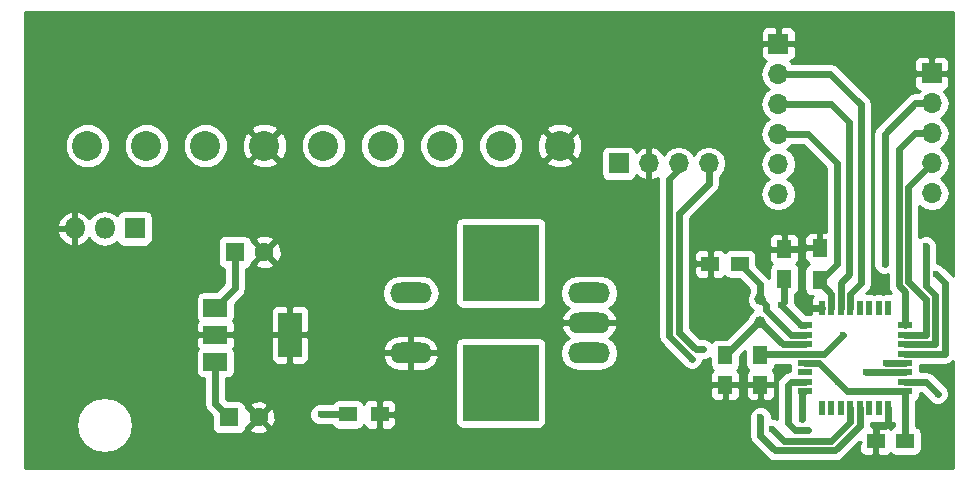
<source format=gtl>
G04 #@! TF.FileFunction,Copper,L1,Top,Signal*
%FSLAX46Y46*%
G04 Gerber Fmt 4.6, Leading zero omitted, Abs format (unit mm)*
G04 Created by KiCad (PCBNEW 4.0.7-e2-6376~58~ubuntu16.04.1) date Mon Nov  6 19:58:44 2017*
%MOMM*%
%LPD*%
G01*
G04 APERTURE LIST*
%ADD10C,0.100000*%
%ADD11R,1.200000X0.600000*%
%ADD12R,0.600000X1.200000*%
%ADD13R,6.451600X6.451600*%
%ADD14O,3.556000X1.778000*%
%ADD15R,1.600000X1.600000*%
%ADD16C,1.600000*%
%ADD17R,1.250000X1.500000*%
%ADD18R,1.500000X1.250000*%
%ADD19R,1.700000X1.700000*%
%ADD20O,1.700000X1.700000*%
%ADD21R,1.800000X1.800000*%
%ADD22O,1.800000X1.800000*%
%ADD23R,1.300000X1.500000*%
%ADD24R,2.000000X3.800000*%
%ADD25R,2.000000X1.500000*%
%ADD26C,1.000000*%
%ADD27C,2.540000*%
%ADD28R,1.500000X1.300000*%
%ADD29C,0.600000*%
%ADD30C,0.600000*%
%ADD31C,0.500000*%
%ADD32C,0.254000*%
G04 APERTURE END LIST*
D10*
D11*
X144750000Y-89200000D03*
X144750000Y-90000000D03*
X144750000Y-90800000D03*
X144750000Y-91600000D03*
X144750000Y-92400000D03*
X144750000Y-93200000D03*
X144750000Y-94000000D03*
X144750000Y-94800000D03*
D12*
X146200000Y-96250000D03*
X147000000Y-96250000D03*
X147800000Y-96250000D03*
X148600000Y-96250000D03*
X149400000Y-96250000D03*
X150200000Y-96250000D03*
X151000000Y-96250000D03*
X151800000Y-96250000D03*
D11*
X153250000Y-94800000D03*
X153250000Y-94000000D03*
X153250000Y-93200000D03*
X153250000Y-92400000D03*
X153250000Y-91600000D03*
X153250000Y-90800000D03*
X153250000Y-90000000D03*
X153250000Y-89200000D03*
D12*
X151800000Y-87750000D03*
X151000000Y-87750000D03*
X150200000Y-87750000D03*
X149400000Y-87750000D03*
X148600000Y-87750000D03*
X147800000Y-87750000D03*
X147000000Y-87750000D03*
X146200000Y-87750000D03*
D13*
X119000000Y-94080000D03*
X119000000Y-83920000D03*
D14*
X126493000Y-91540000D03*
X126493000Y-89000000D03*
X126493000Y-86460000D03*
X111380000Y-91540000D03*
X111380000Y-86460000D03*
D15*
X96500000Y-83000000D03*
D16*
X99000000Y-83000000D03*
D17*
X141000000Y-91750000D03*
X141000000Y-94250000D03*
D18*
X139250000Y-84000000D03*
X136750000Y-84000000D03*
D17*
X138000000Y-91750000D03*
X138000000Y-94250000D03*
D15*
X96000000Y-97000000D03*
D16*
X98500000Y-97000000D03*
D17*
X143000000Y-85250000D03*
X143000000Y-82750000D03*
D18*
X153250000Y-99000000D03*
X150750000Y-99000000D03*
D19*
X155500000Y-67880000D03*
D20*
X155500000Y-70420000D03*
X155500000Y-72960000D03*
X155500000Y-75500000D03*
X155500000Y-78040000D03*
D21*
X88000000Y-81000000D03*
D22*
X85460000Y-81000000D03*
X82920000Y-81000000D03*
D23*
X146000000Y-85350000D03*
X146000000Y-82650000D03*
D24*
X101150000Y-90000000D03*
D25*
X94850000Y-90000000D03*
X94850000Y-92300000D03*
X94850000Y-87700000D03*
D26*
X141000000Y-87000000D03*
X141000000Y-88900000D03*
D19*
X129000000Y-75500000D03*
D20*
X131540000Y-75500000D03*
X134080000Y-75500000D03*
X136620000Y-75500000D03*
D19*
X142500000Y-65380000D03*
D20*
X142500000Y-67920000D03*
X142500000Y-70460000D03*
X142500000Y-73000000D03*
X142500000Y-75540000D03*
X142500000Y-78080000D03*
D27*
X89000000Y-74000000D03*
X84001280Y-74000000D03*
X114000000Y-74000000D03*
X109001280Y-74000000D03*
X124000000Y-74000000D03*
X119001280Y-74000000D03*
X104000000Y-74000000D03*
X99001280Y-74000000D03*
X94000020Y-74000000D03*
D28*
X106050000Y-96750000D03*
X108750000Y-96750000D03*
D29*
X151500000Y-84000000D03*
X148000000Y-90000000D03*
X142750000Y-87500000D03*
X147550000Y-94000000D03*
X141000000Y-97000000D03*
X156000000Y-95000000D03*
X142000000Y-98000000D03*
X149900000Y-93200000D03*
X135210000Y-92050000D03*
X151630000Y-92400000D03*
X136130000Y-91240000D03*
X103750000Y-96750000D03*
X145000000Y-98100000D03*
X144500000Y-97100000D03*
X155000000Y-82500000D03*
X155830000Y-84870000D03*
D30*
X96500000Y-83000000D02*
X96500000Y-86050000D01*
X96500000Y-86050000D02*
X94850000Y-87700000D01*
X144500000Y-82900000D02*
X144350000Y-82750000D01*
X144350000Y-82750000D02*
X143000000Y-82750000D01*
X144500000Y-86950000D02*
X144500000Y-82900000D01*
X146200000Y-87750000D02*
X145300000Y-87750000D01*
X145300000Y-87750000D02*
X144500000Y-86950000D01*
X151550000Y-97700000D02*
X150825000Y-97700000D01*
X150750000Y-97775000D02*
X150750000Y-99000000D01*
X150825000Y-97700000D02*
X150750000Y-97775000D01*
X151800000Y-96250000D02*
X151800000Y-97450000D01*
X151800000Y-97450000D02*
X151550000Y-97700000D01*
X151500000Y-84000000D02*
X151500000Y-73000000D01*
X151500000Y-73000000D02*
X154080000Y-70420000D01*
X154080000Y-70420000D02*
X154297919Y-70420000D01*
X154297919Y-70420000D02*
X155500000Y-70420000D01*
X144750000Y-91600000D02*
X146400000Y-91600000D01*
X146400000Y-91600000D02*
X148000000Y-90000000D01*
X144750000Y-91600000D02*
X141150000Y-91600000D01*
X141150000Y-91600000D02*
X141000000Y-91750000D01*
X141000000Y-87000000D02*
X141000000Y-85750000D01*
X141000000Y-85750000D02*
X139250000Y-84000000D01*
X141000000Y-87000000D02*
X141499999Y-87499999D01*
X141499999Y-87499999D02*
X141499999Y-87949999D01*
X143550000Y-90000000D02*
X144750000Y-90000000D01*
X141499999Y-87949999D02*
X143550000Y-90000000D01*
X141000000Y-88900000D02*
X140850000Y-88900000D01*
X140850000Y-88900000D02*
X138000000Y-91750000D01*
X141000000Y-88900000D02*
X142900000Y-90800000D01*
X142900000Y-90800000D02*
X144750000Y-90800000D01*
X143000000Y-85250000D02*
X143000000Y-87250000D01*
X143000000Y-87250000D02*
X142750000Y-87500000D01*
X147550000Y-94000000D02*
X145950000Y-92400000D01*
X148300000Y-94750000D02*
X147550000Y-94000000D01*
X148300000Y-94800000D02*
X148300000Y-94750000D01*
X145950000Y-92400000D02*
X144750000Y-92400000D01*
X153250000Y-94800000D02*
X148300000Y-94800000D01*
X142750000Y-87500000D02*
X144450000Y-89200000D01*
X144450000Y-89200000D02*
X144750000Y-89200000D01*
X153250000Y-94800000D02*
X153250000Y-99000000D01*
X94850000Y-92300000D02*
X94850000Y-95850000D01*
X94850000Y-95850000D02*
X96000000Y-97000000D01*
X153250000Y-89200000D02*
X153250000Y-86381384D01*
X153250000Y-86381384D02*
X152699990Y-85831374D01*
X152699990Y-85831374D02*
X152699990Y-74300010D01*
X152699990Y-74300010D02*
X154040000Y-72960000D01*
X154040000Y-72960000D02*
X155500000Y-72960000D01*
X153500000Y-85500000D02*
X153500000Y-77500000D01*
X153500000Y-77500000D02*
X155500000Y-75500000D01*
X155000000Y-87000000D02*
X153500000Y-85500000D01*
X155000000Y-87000000D02*
X155000000Y-90000000D01*
X155000000Y-90000000D02*
X153250000Y-90000000D01*
X149500000Y-85650000D02*
X149500000Y-70500000D01*
X149500000Y-70500000D02*
X149100020Y-70100020D01*
X148600000Y-86550000D02*
X149500000Y-85650000D01*
X146920000Y-67920000D02*
X149100020Y-70100020D01*
X142500000Y-67920000D02*
X146920000Y-67920000D01*
X148600000Y-87750000D02*
X148600000Y-86550000D01*
X148600000Y-86550000D02*
X149100020Y-86049980D01*
X147800000Y-87750000D02*
X147800000Y-85600000D01*
X147800000Y-85600000D02*
X148500000Y-84900000D01*
X148500000Y-84900000D02*
X148500000Y-72000000D01*
X148500000Y-72000000D02*
X146960000Y-70460000D01*
X146960000Y-70460000D02*
X142500000Y-70460000D01*
X147500000Y-84000000D02*
X147500000Y-75500000D01*
X146150000Y-85350000D02*
X147500000Y-84000000D01*
X146000000Y-85350000D02*
X146150000Y-85350000D01*
X142500000Y-73000000D02*
X145000000Y-73000000D01*
X145000000Y-73000000D02*
X147500000Y-75500000D01*
X146000000Y-85350000D02*
X146000000Y-85550000D01*
X146000000Y-85550000D02*
X147000000Y-86550000D01*
X147000000Y-86550000D02*
X147000000Y-87750000D01*
X141000000Y-97000000D02*
X141000000Y-98600000D01*
X149400000Y-97700000D02*
X149400000Y-96250000D01*
X141000000Y-98600000D02*
X142200010Y-99800010D01*
X142200010Y-99800010D02*
X147299988Y-99800010D01*
X147299988Y-99800010D02*
X149400000Y-97700000D01*
X153250000Y-94000000D02*
X154999999Y-93999999D01*
X154999999Y-93999999D02*
X156000000Y-95000000D01*
X146968614Y-99000000D02*
X148600000Y-97368614D01*
X142000000Y-98000000D02*
X143000000Y-99000000D01*
X143000000Y-99000000D02*
X146968614Y-99000000D01*
X148600000Y-97368614D02*
X148600000Y-96250000D01*
X133290000Y-76790000D02*
X134080000Y-76000000D01*
X134080000Y-76000000D02*
X134080000Y-75500000D01*
X134080000Y-75500000D02*
X134080000Y-76000000D01*
X134080000Y-76000000D02*
X134000000Y-76080000D01*
X149900000Y-93200000D02*
X153250000Y-93200000D01*
X133230001Y-90070001D02*
X135210000Y-92050000D01*
X134080000Y-76000000D02*
X134000000Y-76080000D01*
X134000000Y-76080000D02*
X133290000Y-76790000D01*
X133290000Y-76790000D02*
X133230001Y-76849999D01*
X133230001Y-76849999D02*
X133230001Y-90070001D01*
X136620000Y-76500000D02*
X136620000Y-75500000D01*
X151630000Y-92400000D02*
X153250000Y-92400000D01*
X134130000Y-89838616D02*
X135531384Y-91240000D01*
X135531384Y-91240000D02*
X136130000Y-91240000D01*
X136620000Y-76000000D02*
X136620000Y-76500000D01*
X136620000Y-76500000D02*
X136620000Y-77202081D01*
X136620000Y-77202081D02*
X134130000Y-79692081D01*
X134130000Y-79692081D02*
X134130000Y-89838616D01*
X103750000Y-96750000D02*
X106050000Y-96750000D01*
X143300000Y-97500000D02*
X143900000Y-98100000D01*
X143900000Y-98100000D02*
X145000000Y-98100000D01*
X143300000Y-94250000D02*
X143300000Y-97500000D01*
X144750000Y-94000000D02*
X143550000Y-94000000D01*
X143550000Y-94000000D02*
X143300000Y-94250000D01*
X144500000Y-97100000D02*
X144500000Y-95050000D01*
X144500000Y-95050000D02*
X144750000Y-94800000D01*
D31*
X144500000Y-95050000D02*
X144699999Y-94850001D01*
D30*
X153250000Y-90800000D02*
X155768616Y-90800000D01*
X155800011Y-90768605D02*
X155800011Y-86668625D01*
X155768616Y-90800000D02*
X155800011Y-90768605D01*
X155800011Y-86668625D02*
X155000000Y-85868614D01*
X155000000Y-85868614D02*
X155000000Y-82500000D01*
X156600000Y-91600000D02*
X156100000Y-91600000D01*
X156100000Y-91600000D02*
X153250000Y-91600000D01*
X156600000Y-91100000D02*
X156600000Y-91600000D01*
X156600021Y-85640021D02*
X156600021Y-91099979D01*
X156600021Y-91099979D02*
X156600000Y-91100000D01*
X156600021Y-85640021D02*
X155830000Y-84870000D01*
D32*
G36*
X157290000Y-85022029D02*
X157261166Y-84978876D01*
X156491436Y-84209146D01*
X156360327Y-84077808D01*
X156016799Y-83935162D01*
X155935000Y-83935091D01*
X155935000Y-82500816D01*
X155935162Y-82314833D01*
X155793117Y-81971057D01*
X155530327Y-81707808D01*
X155186799Y-81565162D01*
X154814833Y-81564838D01*
X154471057Y-81706883D01*
X154435000Y-81742877D01*
X154435000Y-79099507D01*
X154902622Y-79411961D01*
X155470907Y-79525000D01*
X155529093Y-79525000D01*
X156097378Y-79411961D01*
X156579147Y-79090054D01*
X156901054Y-78608285D01*
X157014093Y-78040000D01*
X156901054Y-77471715D01*
X156579147Y-76989946D01*
X156249974Y-76770000D01*
X156579147Y-76550054D01*
X156901054Y-76068285D01*
X157014093Y-75500000D01*
X156901054Y-74931715D01*
X156579147Y-74449946D01*
X156249974Y-74230000D01*
X156579147Y-74010054D01*
X156901054Y-73528285D01*
X157014093Y-72960000D01*
X156901054Y-72391715D01*
X156579147Y-71909946D01*
X156249974Y-71690000D01*
X156579147Y-71470054D01*
X156901054Y-70988285D01*
X157014093Y-70420000D01*
X156901054Y-69851715D01*
X156579147Y-69369946D01*
X156535223Y-69340597D01*
X156709698Y-69268327D01*
X156888327Y-69089699D01*
X156985000Y-68856310D01*
X156985000Y-68165750D01*
X156826250Y-68007000D01*
X155627000Y-68007000D01*
X155627000Y-68027000D01*
X155373000Y-68027000D01*
X155373000Y-68007000D01*
X154173750Y-68007000D01*
X154015000Y-68165750D01*
X154015000Y-68856310D01*
X154111673Y-69089699D01*
X154290302Y-69268327D01*
X154464777Y-69340597D01*
X154420853Y-69369946D01*
X154343977Y-69485000D01*
X154080000Y-69485000D01*
X153722191Y-69556173D01*
X153418855Y-69758855D01*
X150838855Y-72338855D01*
X150636173Y-72642191D01*
X150565000Y-73000000D01*
X150565000Y-83999184D01*
X150564838Y-84185167D01*
X150706883Y-84528943D01*
X150969673Y-84792192D01*
X151313201Y-84934838D01*
X151685167Y-84935162D01*
X151764990Y-84902180D01*
X151764990Y-85831374D01*
X151836163Y-86189183D01*
X152038845Y-86492519D01*
X152048886Y-86502560D01*
X151500000Y-86502560D01*
X151396329Y-86522067D01*
X151300000Y-86502560D01*
X150700000Y-86502560D01*
X150596329Y-86522067D01*
X150500000Y-86502560D01*
X149969730Y-86502560D01*
X150161145Y-86311145D01*
X150363827Y-86007809D01*
X150435000Y-85650000D01*
X150435000Y-70500000D01*
X150363827Y-70142191D01*
X150161145Y-69838855D01*
X147581145Y-67258855D01*
X147277809Y-67056173D01*
X146920000Y-66985000D01*
X143656023Y-66985000D01*
X143601694Y-66903690D01*
X154015000Y-66903690D01*
X154015000Y-67594250D01*
X154173750Y-67753000D01*
X155373000Y-67753000D01*
X155373000Y-66553750D01*
X155627000Y-66553750D01*
X155627000Y-67753000D01*
X156826250Y-67753000D01*
X156985000Y-67594250D01*
X156985000Y-66903690D01*
X156888327Y-66670301D01*
X156709698Y-66491673D01*
X156476309Y-66395000D01*
X155785750Y-66395000D01*
X155627000Y-66553750D01*
X155373000Y-66553750D01*
X155214250Y-66395000D01*
X154523691Y-66395000D01*
X154290302Y-66491673D01*
X154111673Y-66670301D01*
X154015000Y-66903690D01*
X143601694Y-66903690D01*
X143579147Y-66869946D01*
X143535223Y-66840597D01*
X143709698Y-66768327D01*
X143888327Y-66589699D01*
X143985000Y-66356310D01*
X143985000Y-65665750D01*
X143826250Y-65507000D01*
X142627000Y-65507000D01*
X142627000Y-65527000D01*
X142373000Y-65527000D01*
X142373000Y-65507000D01*
X141173750Y-65507000D01*
X141015000Y-65665750D01*
X141015000Y-66356310D01*
X141111673Y-66589699D01*
X141290302Y-66768327D01*
X141464777Y-66840597D01*
X141420853Y-66869946D01*
X141098946Y-67351715D01*
X140985907Y-67920000D01*
X141098946Y-68488285D01*
X141420853Y-68970054D01*
X141750026Y-69190000D01*
X141420853Y-69409946D01*
X141098946Y-69891715D01*
X140985907Y-70460000D01*
X141098946Y-71028285D01*
X141420853Y-71510054D01*
X141750026Y-71730000D01*
X141420853Y-71949946D01*
X141098946Y-72431715D01*
X140985907Y-73000000D01*
X141098946Y-73568285D01*
X141420853Y-74050054D01*
X141750026Y-74270000D01*
X141420853Y-74489946D01*
X141098946Y-74971715D01*
X140985907Y-75540000D01*
X141098946Y-76108285D01*
X141420853Y-76590054D01*
X141750026Y-76810000D01*
X141420853Y-77029946D01*
X141098946Y-77511715D01*
X140985907Y-78080000D01*
X141098946Y-78648285D01*
X141420853Y-79130054D01*
X141902622Y-79451961D01*
X142470907Y-79565000D01*
X142529093Y-79565000D01*
X143097378Y-79451961D01*
X143579147Y-79130054D01*
X143901054Y-78648285D01*
X144014093Y-78080000D01*
X143901054Y-77511715D01*
X143579147Y-77029946D01*
X143249974Y-76810000D01*
X143579147Y-76590054D01*
X143901054Y-76108285D01*
X144014093Y-75540000D01*
X143901054Y-74971715D01*
X143579147Y-74489946D01*
X143249974Y-74270000D01*
X143579147Y-74050054D01*
X143656023Y-73935000D01*
X144612710Y-73935000D01*
X146565000Y-75887290D01*
X146565000Y-81265000D01*
X146285750Y-81265000D01*
X146127000Y-81423750D01*
X146127000Y-82523000D01*
X146147000Y-82523000D01*
X146147000Y-82777000D01*
X146127000Y-82777000D01*
X146127000Y-82797000D01*
X145873000Y-82797000D01*
X145873000Y-82777000D01*
X144873750Y-82777000D01*
X144715000Y-82935750D01*
X144715000Y-83526309D01*
X144811673Y-83759698D01*
X144990301Y-83938327D01*
X145126287Y-83994654D01*
X145114683Y-83996838D01*
X144898559Y-84135910D01*
X144753569Y-84348110D01*
X144702560Y-84600000D01*
X144702560Y-86100000D01*
X144746838Y-86335317D01*
X144885910Y-86551441D01*
X145098110Y-86696431D01*
X145350000Y-86747440D01*
X145404535Y-86747440D01*
X145361673Y-86790302D01*
X145265000Y-87023691D01*
X145265000Y-87464250D01*
X145423750Y-87623000D01*
X146052560Y-87623000D01*
X146052560Y-87877000D01*
X145423750Y-87877000D01*
X145265000Y-88035750D01*
X145265000Y-88252560D01*
X144824850Y-88252560D01*
X143916300Y-87344010D01*
X143935000Y-87250000D01*
X143935000Y-86555105D01*
X144076441Y-86464090D01*
X144221431Y-86251890D01*
X144272440Y-86000000D01*
X144272440Y-84500000D01*
X144228162Y-84264683D01*
X144089090Y-84048559D01*
X144020994Y-84002031D01*
X144163327Y-83859698D01*
X144260000Y-83626309D01*
X144260000Y-83035750D01*
X144101250Y-82877000D01*
X143127000Y-82877000D01*
X143127000Y-82897000D01*
X142873000Y-82897000D01*
X142873000Y-82877000D01*
X141898750Y-82877000D01*
X141740000Y-83035750D01*
X141740000Y-83626309D01*
X141836673Y-83859698D01*
X141977910Y-84000936D01*
X141923559Y-84035910D01*
X141778569Y-84248110D01*
X141727560Y-84500000D01*
X141727560Y-85188252D01*
X141661145Y-85088855D01*
X140647440Y-84075150D01*
X140647440Y-83375000D01*
X140603162Y-83139683D01*
X140464090Y-82923559D01*
X140251890Y-82778569D01*
X140000000Y-82727560D01*
X138500000Y-82727560D01*
X138264683Y-82771838D01*
X138048559Y-82910910D01*
X138002031Y-82979006D01*
X137859698Y-82836673D01*
X137626309Y-82740000D01*
X137035750Y-82740000D01*
X136877000Y-82898750D01*
X136877000Y-83873000D01*
X136897000Y-83873000D01*
X136897000Y-84127000D01*
X136877000Y-84127000D01*
X136877000Y-85101250D01*
X137035750Y-85260000D01*
X137626309Y-85260000D01*
X137859698Y-85163327D01*
X138000936Y-85022090D01*
X138035910Y-85076441D01*
X138248110Y-85221431D01*
X138500000Y-85272440D01*
X139200150Y-85272440D01*
X140065000Y-86137290D01*
X140065000Y-86329636D01*
X140038355Y-86356235D01*
X139865197Y-86773244D01*
X139864803Y-87224775D01*
X140037233Y-87642086D01*
X140344867Y-87950257D01*
X140038355Y-88256235D01*
X139943827Y-88483883D01*
X138075150Y-90352560D01*
X137375000Y-90352560D01*
X137139683Y-90396838D01*
X136923559Y-90535910D01*
X136852334Y-90640151D01*
X136660327Y-90447808D01*
X136316799Y-90305162D01*
X135944833Y-90304838D01*
X135944441Y-90305000D01*
X135918674Y-90305000D01*
X135065000Y-89451326D01*
X135065000Y-84285750D01*
X135365000Y-84285750D01*
X135365000Y-84751310D01*
X135461673Y-84984699D01*
X135640302Y-85163327D01*
X135873691Y-85260000D01*
X136464250Y-85260000D01*
X136623000Y-85101250D01*
X136623000Y-84127000D01*
X135523750Y-84127000D01*
X135365000Y-84285750D01*
X135065000Y-84285750D01*
X135065000Y-83248690D01*
X135365000Y-83248690D01*
X135365000Y-83714250D01*
X135523750Y-83873000D01*
X136623000Y-83873000D01*
X136623000Y-82898750D01*
X136464250Y-82740000D01*
X135873691Y-82740000D01*
X135640302Y-82836673D01*
X135461673Y-83015301D01*
X135365000Y-83248690D01*
X135065000Y-83248690D01*
X135065000Y-81873691D01*
X141740000Y-81873691D01*
X141740000Y-82464250D01*
X141898750Y-82623000D01*
X142873000Y-82623000D01*
X142873000Y-81523750D01*
X143127000Y-81523750D01*
X143127000Y-82623000D01*
X144101250Y-82623000D01*
X144260000Y-82464250D01*
X144260000Y-81873691D01*
X144218579Y-81773691D01*
X144715000Y-81773691D01*
X144715000Y-82364250D01*
X144873750Y-82523000D01*
X145873000Y-82523000D01*
X145873000Y-81423750D01*
X145714250Y-81265000D01*
X145223690Y-81265000D01*
X144990301Y-81361673D01*
X144811673Y-81540302D01*
X144715000Y-81773691D01*
X144218579Y-81773691D01*
X144163327Y-81640302D01*
X143984699Y-81461673D01*
X143751310Y-81365000D01*
X143285750Y-81365000D01*
X143127000Y-81523750D01*
X142873000Y-81523750D01*
X142714250Y-81365000D01*
X142248690Y-81365000D01*
X142015301Y-81461673D01*
X141836673Y-81640302D01*
X141740000Y-81873691D01*
X135065000Y-81873691D01*
X135065000Y-80079371D01*
X137281145Y-77863226D01*
X137483827Y-77559890D01*
X137555000Y-77202081D01*
X137555000Y-76656023D01*
X137670054Y-76579147D01*
X137991961Y-76097378D01*
X138105000Y-75529093D01*
X138105000Y-75470907D01*
X137991961Y-74902622D01*
X137670054Y-74420853D01*
X137188285Y-74098946D01*
X136620000Y-73985907D01*
X136051715Y-74098946D01*
X135569946Y-74420853D01*
X135350000Y-74750026D01*
X135130054Y-74420853D01*
X134648285Y-74098946D01*
X134080000Y-73985907D01*
X133511715Y-74098946D01*
X133029946Y-74420853D01*
X132802298Y-74761553D01*
X132735183Y-74618642D01*
X132306924Y-74228355D01*
X131896890Y-74058524D01*
X131667000Y-74179845D01*
X131667000Y-75373000D01*
X131687000Y-75373000D01*
X131687000Y-75627000D01*
X131667000Y-75627000D01*
X131667000Y-76820155D01*
X131896890Y-76941476D01*
X132306924Y-76771645D01*
X132311398Y-76767568D01*
X132295001Y-76849999D01*
X132295001Y-90070001D01*
X132366174Y-90427810D01*
X132568856Y-90731146D01*
X134548564Y-92710854D01*
X134679673Y-92842192D01*
X135023201Y-92984838D01*
X135395167Y-92985162D01*
X135738943Y-92843117D01*
X136002192Y-92580327D01*
X136144838Y-92236799D01*
X136144892Y-92175014D01*
X136315167Y-92175162D01*
X136658943Y-92033117D01*
X136727560Y-91964620D01*
X136727560Y-92500000D01*
X136771838Y-92735317D01*
X136910910Y-92951441D01*
X136979006Y-92997969D01*
X136836673Y-93140302D01*
X136740000Y-93373691D01*
X136740000Y-93964250D01*
X136898750Y-94123000D01*
X137873000Y-94123000D01*
X137873000Y-94103000D01*
X138127000Y-94103000D01*
X138127000Y-94123000D01*
X139101250Y-94123000D01*
X139260000Y-93964250D01*
X139260000Y-93373691D01*
X139163327Y-93140302D01*
X139022090Y-92999064D01*
X139076441Y-92964090D01*
X139221431Y-92751890D01*
X139272440Y-92500000D01*
X139272440Y-91799850D01*
X139727560Y-91344730D01*
X139727560Y-92500000D01*
X139771838Y-92735317D01*
X139910910Y-92951441D01*
X139979006Y-92997969D01*
X139836673Y-93140302D01*
X139740000Y-93373691D01*
X139740000Y-93964250D01*
X139898750Y-94123000D01*
X140873000Y-94123000D01*
X140873000Y-94103000D01*
X141127000Y-94103000D01*
X141127000Y-94123000D01*
X142101250Y-94123000D01*
X142260000Y-93964250D01*
X142260000Y-93373691D01*
X142163327Y-93140302D01*
X142022090Y-92999064D01*
X142076441Y-92964090D01*
X142221431Y-92751890D01*
X142265352Y-92535000D01*
X143502560Y-92535000D01*
X143502560Y-92700000D01*
X143522067Y-92803671D01*
X143502560Y-92900000D01*
X143502560Y-93074436D01*
X143192191Y-93136173D01*
X142888855Y-93338855D01*
X142638855Y-93588855D01*
X142436173Y-93892191D01*
X142365000Y-94250000D01*
X142365000Y-97139158D01*
X142186799Y-97065162D01*
X141935000Y-97064943D01*
X141935000Y-97000816D01*
X141935162Y-96814833D01*
X141793117Y-96471057D01*
X141530327Y-96207808D01*
X141186799Y-96065162D01*
X140814833Y-96064838D01*
X140471057Y-96206883D01*
X140207808Y-96469673D01*
X140065162Y-96813201D01*
X140064838Y-97185167D01*
X140065000Y-97185559D01*
X140065000Y-98600000D01*
X140136173Y-98957809D01*
X140338855Y-99261145D01*
X141538865Y-100461155D01*
X141842201Y-100663837D01*
X142200010Y-100735010D01*
X147299988Y-100735010D01*
X147657797Y-100663837D01*
X147961133Y-100461155D01*
X149365000Y-99057289D01*
X149365000Y-99127002D01*
X149523748Y-99127002D01*
X149365000Y-99285750D01*
X149365000Y-99751310D01*
X149461673Y-99984699D01*
X149640302Y-100163327D01*
X149873691Y-100260000D01*
X150464250Y-100260000D01*
X150623000Y-100101250D01*
X150623000Y-99127000D01*
X150603000Y-99127000D01*
X150603000Y-98873000D01*
X150623000Y-98873000D01*
X150623000Y-97898750D01*
X150464250Y-97740000D01*
X150327043Y-97740000D01*
X150335000Y-97700000D01*
X150335000Y-97497440D01*
X150500000Y-97497440D01*
X150603671Y-97477933D01*
X150700000Y-97497440D01*
X151300000Y-97497440D01*
X151371323Y-97484020D01*
X151373690Y-97485000D01*
X151514250Y-97485000D01*
X151565529Y-97433721D01*
X151751441Y-97314090D01*
X151896431Y-97101890D01*
X151927000Y-96950936D01*
X151927000Y-97326250D01*
X152085750Y-97485000D01*
X152226310Y-97485000D01*
X152315000Y-97448263D01*
X152315000Y-97762370D01*
X152264683Y-97771838D01*
X152048559Y-97910910D01*
X152002031Y-97979006D01*
X151859698Y-97836673D01*
X151626309Y-97740000D01*
X151035750Y-97740000D01*
X150877000Y-97898750D01*
X150877000Y-98873000D01*
X150897000Y-98873000D01*
X150897000Y-99127000D01*
X150877000Y-99127000D01*
X150877000Y-100101250D01*
X151035750Y-100260000D01*
X151626309Y-100260000D01*
X151859698Y-100163327D01*
X152000936Y-100022090D01*
X152035910Y-100076441D01*
X152248110Y-100221431D01*
X152500000Y-100272440D01*
X154000000Y-100272440D01*
X154235317Y-100228162D01*
X154451441Y-100089090D01*
X154596431Y-99876890D01*
X154647440Y-99625000D01*
X154647440Y-98375000D01*
X154603162Y-98139683D01*
X154464090Y-97923559D01*
X154251890Y-97778569D01*
X154185000Y-97765023D01*
X154185000Y-95639018D01*
X154301441Y-95564090D01*
X154446431Y-95351890D01*
X154497440Y-95100000D01*
X154497440Y-94934999D01*
X154612709Y-94934999D01*
X155338564Y-95660854D01*
X155469673Y-95792192D01*
X155813201Y-95934838D01*
X156185167Y-95935162D01*
X156528943Y-95793117D01*
X156792192Y-95530327D01*
X156934838Y-95186799D01*
X156935162Y-94814833D01*
X156793117Y-94471057D01*
X156530327Y-94207808D01*
X156529935Y-94207645D01*
X155661144Y-93338854D01*
X155357808Y-93136172D01*
X154999999Y-93064999D01*
X154497440Y-93064999D01*
X154497440Y-92900000D01*
X154477933Y-92796329D01*
X154497440Y-92700000D01*
X154497440Y-92535000D01*
X156600000Y-92535000D01*
X156957809Y-92463827D01*
X157261145Y-92261145D01*
X157290000Y-92217960D01*
X157290000Y-101290000D01*
X78710000Y-101290000D01*
X78710000Y-97660000D01*
X83028275Y-97660000D01*
X83209822Y-98572700D01*
X83726825Y-99346450D01*
X84500575Y-99863453D01*
X85413275Y-100045000D01*
X85506725Y-100045000D01*
X86419425Y-99863453D01*
X87193175Y-99346450D01*
X87710178Y-98572700D01*
X87891725Y-97660000D01*
X87710178Y-96747300D01*
X87193175Y-95973550D01*
X86419425Y-95456547D01*
X85506725Y-95275000D01*
X85413275Y-95275000D01*
X84500575Y-95456547D01*
X83726825Y-95973550D01*
X83209822Y-96747300D01*
X83028275Y-97660000D01*
X78710000Y-97660000D01*
X78710000Y-91550000D01*
X93202560Y-91550000D01*
X93202560Y-93050000D01*
X93246838Y-93285317D01*
X93385910Y-93501441D01*
X93598110Y-93646431D01*
X93850000Y-93697440D01*
X93915000Y-93697440D01*
X93915000Y-95850000D01*
X93986173Y-96207809D01*
X94188855Y-96511145D01*
X94552560Y-96874850D01*
X94552560Y-97800000D01*
X94596838Y-98035317D01*
X94735910Y-98251441D01*
X94948110Y-98396431D01*
X95200000Y-98447440D01*
X96800000Y-98447440D01*
X97035317Y-98403162D01*
X97251441Y-98264090D01*
X97396431Y-98051890D01*
X97405370Y-98007745D01*
X97671861Y-98007745D01*
X97745995Y-98253864D01*
X98283223Y-98446965D01*
X98853454Y-98419778D01*
X99254005Y-98253864D01*
X99328139Y-98007745D01*
X98500000Y-97179605D01*
X97671861Y-98007745D01*
X97405370Y-98007745D01*
X97444646Y-97813799D01*
X97492255Y-97828139D01*
X98320395Y-97000000D01*
X98679605Y-97000000D01*
X99507745Y-97828139D01*
X99753864Y-97754005D01*
X99946965Y-97216777D01*
X99933539Y-96935167D01*
X102814838Y-96935167D01*
X102956883Y-97278943D01*
X103219673Y-97542192D01*
X103563201Y-97684838D01*
X103935167Y-97685162D01*
X103935559Y-97685000D01*
X104728808Y-97685000D01*
X104835910Y-97851441D01*
X105048110Y-97996431D01*
X105300000Y-98047440D01*
X106800000Y-98047440D01*
X107035317Y-98003162D01*
X107251441Y-97864090D01*
X107396431Y-97651890D01*
X107403191Y-97618510D01*
X107461673Y-97759699D01*
X107640302Y-97938327D01*
X107873691Y-98035000D01*
X108464250Y-98035000D01*
X108623000Y-97876250D01*
X108623000Y-96877000D01*
X108877000Y-96877000D01*
X108877000Y-97876250D01*
X109035750Y-98035000D01*
X109626309Y-98035000D01*
X109859698Y-97938327D01*
X110038327Y-97759699D01*
X110135000Y-97526310D01*
X110135000Y-97035750D01*
X109976250Y-96877000D01*
X108877000Y-96877000D01*
X108623000Y-96877000D01*
X108603000Y-96877000D01*
X108603000Y-96623000D01*
X108623000Y-96623000D01*
X108623000Y-95623750D01*
X108877000Y-95623750D01*
X108877000Y-96623000D01*
X109976250Y-96623000D01*
X110135000Y-96464250D01*
X110135000Y-95973690D01*
X110038327Y-95740301D01*
X109859698Y-95561673D01*
X109626309Y-95465000D01*
X109035750Y-95465000D01*
X108877000Y-95623750D01*
X108623000Y-95623750D01*
X108464250Y-95465000D01*
X107873691Y-95465000D01*
X107640302Y-95561673D01*
X107461673Y-95740301D01*
X107405346Y-95876287D01*
X107403162Y-95864683D01*
X107264090Y-95648559D01*
X107051890Y-95503569D01*
X106800000Y-95452560D01*
X105300000Y-95452560D01*
X105064683Y-95496838D01*
X104848559Y-95635910D01*
X104726192Y-95815000D01*
X103750816Y-95815000D01*
X103564833Y-95814838D01*
X103221057Y-95956883D01*
X102957808Y-96219673D01*
X102815162Y-96563201D01*
X102814838Y-96935167D01*
X99933539Y-96935167D01*
X99919778Y-96646546D01*
X99753864Y-96245995D01*
X99507745Y-96171861D01*
X98679605Y-97000000D01*
X98320395Y-97000000D01*
X97492255Y-96171861D01*
X97444833Y-96186145D01*
X97408351Y-95992255D01*
X97671861Y-95992255D01*
X98500000Y-96820395D01*
X99328139Y-95992255D01*
X99254005Y-95746136D01*
X98716777Y-95553035D01*
X98146546Y-95580222D01*
X97745995Y-95746136D01*
X97671861Y-95992255D01*
X97408351Y-95992255D01*
X97403162Y-95964683D01*
X97264090Y-95748559D01*
X97051890Y-95603569D01*
X96800000Y-95552560D01*
X95874850Y-95552560D01*
X95785000Y-95462710D01*
X95785000Y-93697440D01*
X95850000Y-93697440D01*
X96085317Y-93653162D01*
X96301441Y-93514090D01*
X96446431Y-93301890D01*
X96497440Y-93050000D01*
X96497440Y-91550000D01*
X96453162Y-91314683D01*
X96347518Y-91150508D01*
X96388327Y-91109699D01*
X96485000Y-90876310D01*
X96485000Y-90285750D01*
X99515000Y-90285750D01*
X99515000Y-92026310D01*
X99611673Y-92259699D01*
X99790302Y-92438327D01*
X100023691Y-92535000D01*
X100864250Y-92535000D01*
X101023000Y-92376250D01*
X101023000Y-90127000D01*
X101277000Y-90127000D01*
X101277000Y-92376250D01*
X101435750Y-92535000D01*
X102276309Y-92535000D01*
X102509698Y-92438327D01*
X102688327Y-92259699D01*
X102785000Y-92026310D01*
X102785000Y-91903013D01*
X109010866Y-91903013D01*
X109034407Y-92005878D01*
X109323567Y-92527829D01*
X109790458Y-92899392D01*
X110364000Y-93064000D01*
X111253000Y-93064000D01*
X111253000Y-91667000D01*
X111507000Y-91667000D01*
X111507000Y-93064000D01*
X112396000Y-93064000D01*
X112969542Y-92899392D01*
X113436433Y-92527829D01*
X113725593Y-92005878D01*
X113749134Y-91903013D01*
X113628330Y-91667000D01*
X111507000Y-91667000D01*
X111253000Y-91667000D01*
X109131670Y-91667000D01*
X109010866Y-91903013D01*
X102785000Y-91903013D01*
X102785000Y-91176987D01*
X109010866Y-91176987D01*
X109131670Y-91413000D01*
X111253000Y-91413000D01*
X111253000Y-90016000D01*
X111507000Y-90016000D01*
X111507000Y-91413000D01*
X113628330Y-91413000D01*
X113749134Y-91176987D01*
X113725593Y-91074122D01*
X113603757Y-90854200D01*
X115126760Y-90854200D01*
X115126760Y-97305800D01*
X115171038Y-97541117D01*
X115310110Y-97757241D01*
X115522310Y-97902231D01*
X115774200Y-97953240D01*
X122225800Y-97953240D01*
X122461117Y-97908962D01*
X122677241Y-97769890D01*
X122822231Y-97557690D01*
X122873240Y-97305800D01*
X122873240Y-94535750D01*
X136740000Y-94535750D01*
X136740000Y-95126309D01*
X136836673Y-95359698D01*
X137015301Y-95538327D01*
X137248690Y-95635000D01*
X137714250Y-95635000D01*
X137873000Y-95476250D01*
X137873000Y-94377000D01*
X138127000Y-94377000D01*
X138127000Y-95476250D01*
X138285750Y-95635000D01*
X138751310Y-95635000D01*
X138984699Y-95538327D01*
X139163327Y-95359698D01*
X139260000Y-95126309D01*
X139260000Y-94535750D01*
X139740000Y-94535750D01*
X139740000Y-95126309D01*
X139836673Y-95359698D01*
X140015301Y-95538327D01*
X140248690Y-95635000D01*
X140714250Y-95635000D01*
X140873000Y-95476250D01*
X140873000Y-94377000D01*
X141127000Y-94377000D01*
X141127000Y-95476250D01*
X141285750Y-95635000D01*
X141751310Y-95635000D01*
X141984699Y-95538327D01*
X142163327Y-95359698D01*
X142260000Y-95126309D01*
X142260000Y-94535750D01*
X142101250Y-94377000D01*
X141127000Y-94377000D01*
X140873000Y-94377000D01*
X139898750Y-94377000D01*
X139740000Y-94535750D01*
X139260000Y-94535750D01*
X139101250Y-94377000D01*
X138127000Y-94377000D01*
X137873000Y-94377000D01*
X136898750Y-94377000D01*
X136740000Y-94535750D01*
X122873240Y-94535750D01*
X122873240Y-91540000D01*
X124032727Y-91540000D01*
X124148735Y-92123210D01*
X124479096Y-92617631D01*
X124973517Y-92947992D01*
X125556727Y-93064000D01*
X127429273Y-93064000D01*
X128012483Y-92947992D01*
X128506904Y-92617631D01*
X128837265Y-92123210D01*
X128953273Y-91540000D01*
X128837265Y-90956790D01*
X128506904Y-90462369D01*
X128205884Y-90261234D01*
X128549433Y-89987829D01*
X128838593Y-89465878D01*
X128862134Y-89363013D01*
X128741330Y-89127000D01*
X126620000Y-89127000D01*
X126620000Y-89147000D01*
X126366000Y-89147000D01*
X126366000Y-89127000D01*
X124244670Y-89127000D01*
X124123866Y-89363013D01*
X124147407Y-89465878D01*
X124436567Y-89987829D01*
X124780116Y-90261234D01*
X124479096Y-90462369D01*
X124148735Y-90956790D01*
X124032727Y-91540000D01*
X122873240Y-91540000D01*
X122873240Y-90854200D01*
X122828962Y-90618883D01*
X122689890Y-90402759D01*
X122477690Y-90257769D01*
X122225800Y-90206760D01*
X115774200Y-90206760D01*
X115538883Y-90251038D01*
X115322759Y-90390110D01*
X115177769Y-90602310D01*
X115126760Y-90854200D01*
X113603757Y-90854200D01*
X113436433Y-90552171D01*
X112969542Y-90180608D01*
X112396000Y-90016000D01*
X111507000Y-90016000D01*
X111253000Y-90016000D01*
X110364000Y-90016000D01*
X109790458Y-90180608D01*
X109323567Y-90552171D01*
X109034407Y-91074122D01*
X109010866Y-91176987D01*
X102785000Y-91176987D01*
X102785000Y-90285750D01*
X102626250Y-90127000D01*
X101277000Y-90127000D01*
X101023000Y-90127000D01*
X99673750Y-90127000D01*
X99515000Y-90285750D01*
X96485000Y-90285750D01*
X96326250Y-90127000D01*
X94977000Y-90127000D01*
X94977000Y-90147000D01*
X94723000Y-90147000D01*
X94723000Y-90127000D01*
X93373750Y-90127000D01*
X93215000Y-90285750D01*
X93215000Y-90876310D01*
X93311673Y-91109699D01*
X93353634Y-91151660D01*
X93253569Y-91298110D01*
X93202560Y-91550000D01*
X78710000Y-91550000D01*
X78710000Y-86950000D01*
X93202560Y-86950000D01*
X93202560Y-88450000D01*
X93246838Y-88685317D01*
X93352482Y-88849492D01*
X93311673Y-88890301D01*
X93215000Y-89123690D01*
X93215000Y-89714250D01*
X93373750Y-89873000D01*
X94723000Y-89873000D01*
X94723000Y-89853000D01*
X94977000Y-89853000D01*
X94977000Y-89873000D01*
X96326250Y-89873000D01*
X96485000Y-89714250D01*
X96485000Y-89123690D01*
X96388327Y-88890301D01*
X96346366Y-88848340D01*
X96446431Y-88701890D01*
X96497440Y-88450000D01*
X96497440Y-87973690D01*
X99515000Y-87973690D01*
X99515000Y-89714250D01*
X99673750Y-89873000D01*
X101023000Y-89873000D01*
X101023000Y-87623750D01*
X101277000Y-87623750D01*
X101277000Y-89873000D01*
X102626250Y-89873000D01*
X102785000Y-89714250D01*
X102785000Y-87973690D01*
X102688327Y-87740301D01*
X102509698Y-87561673D01*
X102276309Y-87465000D01*
X101435750Y-87465000D01*
X101277000Y-87623750D01*
X101023000Y-87623750D01*
X100864250Y-87465000D01*
X100023691Y-87465000D01*
X99790302Y-87561673D01*
X99611673Y-87740301D01*
X99515000Y-87973690D01*
X96497440Y-87973690D01*
X96497440Y-87374850D01*
X97161145Y-86711145D01*
X97328954Y-86460000D01*
X108919727Y-86460000D01*
X109035735Y-87043210D01*
X109366096Y-87537631D01*
X109860517Y-87867992D01*
X110443727Y-87984000D01*
X112316273Y-87984000D01*
X112899483Y-87867992D01*
X113393904Y-87537631D01*
X113724265Y-87043210D01*
X113840273Y-86460000D01*
X113724265Y-85876790D01*
X113393904Y-85382369D01*
X112899483Y-85052008D01*
X112316273Y-84936000D01*
X110443727Y-84936000D01*
X109860517Y-85052008D01*
X109366096Y-85382369D01*
X109035735Y-85876790D01*
X108919727Y-86460000D01*
X97328954Y-86460000D01*
X97363827Y-86407809D01*
X97435000Y-86050000D01*
X97435000Y-84422038D01*
X97535317Y-84403162D01*
X97751441Y-84264090D01*
X97896431Y-84051890D01*
X97905370Y-84007745D01*
X98171861Y-84007745D01*
X98245995Y-84253864D01*
X98783223Y-84446965D01*
X99353454Y-84419778D01*
X99754005Y-84253864D01*
X99828139Y-84007745D01*
X99000000Y-83179605D01*
X98171861Y-84007745D01*
X97905370Y-84007745D01*
X97944646Y-83813799D01*
X97992255Y-83828139D01*
X98820395Y-83000000D01*
X99179605Y-83000000D01*
X100007745Y-83828139D01*
X100253864Y-83754005D01*
X100446965Y-83216777D01*
X100419778Y-82646546D01*
X100253864Y-82245995D01*
X100007745Y-82171861D01*
X99179605Y-83000000D01*
X98820395Y-83000000D01*
X97992255Y-82171861D01*
X97944833Y-82186145D01*
X97908351Y-81992255D01*
X98171861Y-81992255D01*
X99000000Y-82820395D01*
X99828139Y-81992255D01*
X99754005Y-81746136D01*
X99216777Y-81553035D01*
X98646546Y-81580222D01*
X98245995Y-81746136D01*
X98171861Y-81992255D01*
X97908351Y-81992255D01*
X97903162Y-81964683D01*
X97764090Y-81748559D01*
X97551890Y-81603569D01*
X97300000Y-81552560D01*
X95700000Y-81552560D01*
X95464683Y-81596838D01*
X95248559Y-81735910D01*
X95103569Y-81948110D01*
X95052560Y-82200000D01*
X95052560Y-83800000D01*
X95096838Y-84035317D01*
X95235910Y-84251441D01*
X95448110Y-84396431D01*
X95565000Y-84420102D01*
X95565000Y-85662710D01*
X94925150Y-86302560D01*
X93850000Y-86302560D01*
X93614683Y-86346838D01*
X93398559Y-86485910D01*
X93253569Y-86698110D01*
X93202560Y-86950000D01*
X78710000Y-86950000D01*
X78710000Y-81364740D01*
X81428964Y-81364740D01*
X81607760Y-81796417D01*
X82012424Y-82237966D01*
X82555258Y-82491046D01*
X82793000Y-82370997D01*
X82793000Y-81127000D01*
X81549622Y-81127000D01*
X81428964Y-81364740D01*
X78710000Y-81364740D01*
X78710000Y-80635260D01*
X81428964Y-80635260D01*
X81549622Y-80873000D01*
X82793000Y-80873000D01*
X82793000Y-79629003D01*
X83047000Y-79629003D01*
X83047000Y-80873000D01*
X83067000Y-80873000D01*
X83067000Y-81127000D01*
X83047000Y-81127000D01*
X83047000Y-82370997D01*
X83284742Y-82491046D01*
X83827576Y-82237966D01*
X84185499Y-81847418D01*
X84344519Y-82085409D01*
X84842509Y-82418155D01*
X85429928Y-82535000D01*
X85490072Y-82535000D01*
X86077491Y-82418155D01*
X86498026Y-82137163D01*
X86635910Y-82351441D01*
X86848110Y-82496431D01*
X87100000Y-82547440D01*
X88900000Y-82547440D01*
X89135317Y-82503162D01*
X89351441Y-82364090D01*
X89496431Y-82151890D01*
X89547440Y-81900000D01*
X89547440Y-80694200D01*
X115126760Y-80694200D01*
X115126760Y-87145800D01*
X115171038Y-87381117D01*
X115310110Y-87597241D01*
X115522310Y-87742231D01*
X115774200Y-87793240D01*
X122225800Y-87793240D01*
X122461117Y-87748962D01*
X122677241Y-87609890D01*
X122822231Y-87397690D01*
X122873240Y-87145800D01*
X122873240Y-86460000D01*
X124032727Y-86460000D01*
X124148735Y-87043210D01*
X124479096Y-87537631D01*
X124780116Y-87738766D01*
X124436567Y-88012171D01*
X124147407Y-88534122D01*
X124123866Y-88636987D01*
X124244670Y-88873000D01*
X126366000Y-88873000D01*
X126366000Y-88853000D01*
X126620000Y-88853000D01*
X126620000Y-88873000D01*
X128741330Y-88873000D01*
X128862134Y-88636987D01*
X128838593Y-88534122D01*
X128549433Y-88012171D01*
X128205884Y-87738766D01*
X128506904Y-87537631D01*
X128837265Y-87043210D01*
X128953273Y-86460000D01*
X128837265Y-85876790D01*
X128506904Y-85382369D01*
X128012483Y-85052008D01*
X127429273Y-84936000D01*
X125556727Y-84936000D01*
X124973517Y-85052008D01*
X124479096Y-85382369D01*
X124148735Y-85876790D01*
X124032727Y-86460000D01*
X122873240Y-86460000D01*
X122873240Y-80694200D01*
X122828962Y-80458883D01*
X122689890Y-80242759D01*
X122477690Y-80097769D01*
X122225800Y-80046760D01*
X115774200Y-80046760D01*
X115538883Y-80091038D01*
X115322759Y-80230110D01*
X115177769Y-80442310D01*
X115126760Y-80694200D01*
X89547440Y-80694200D01*
X89547440Y-80100000D01*
X89503162Y-79864683D01*
X89364090Y-79648559D01*
X89151890Y-79503569D01*
X88900000Y-79452560D01*
X87100000Y-79452560D01*
X86864683Y-79496838D01*
X86648559Y-79635910D01*
X86503569Y-79848110D01*
X86500281Y-79864344D01*
X86077491Y-79581845D01*
X85490072Y-79465000D01*
X85429928Y-79465000D01*
X84842509Y-79581845D01*
X84344519Y-79914591D01*
X84185499Y-80152582D01*
X83827576Y-79762034D01*
X83284742Y-79508954D01*
X83047000Y-79629003D01*
X82793000Y-79629003D01*
X82555258Y-79508954D01*
X82012424Y-79762034D01*
X81607760Y-80203583D01*
X81428964Y-80635260D01*
X78710000Y-80635260D01*
X78710000Y-74377265D01*
X82095950Y-74377265D01*
X82385358Y-75077686D01*
X82920775Y-75614039D01*
X83620690Y-75904668D01*
X84378545Y-75905330D01*
X85078966Y-75615922D01*
X85615319Y-75080505D01*
X85905948Y-74380590D01*
X85905950Y-74377265D01*
X87094670Y-74377265D01*
X87384078Y-75077686D01*
X87919495Y-75614039D01*
X88619410Y-75904668D01*
X89377265Y-75905330D01*
X90077686Y-75615922D01*
X90614039Y-75080505D01*
X90904668Y-74380590D01*
X90904670Y-74377265D01*
X92094690Y-74377265D01*
X92384098Y-75077686D01*
X92919515Y-75614039D01*
X93619430Y-75904668D01*
X94377285Y-75905330D01*
X95077706Y-75615922D01*
X95346319Y-75347777D01*
X97833108Y-75347777D01*
X97964800Y-75642657D01*
X98672316Y-75914261D01*
X99429912Y-75894436D01*
X100037760Y-75642657D01*
X100169452Y-75347777D01*
X99001280Y-74179605D01*
X97833108Y-75347777D01*
X95346319Y-75347777D01*
X95614059Y-75080505D01*
X95904688Y-74380590D01*
X95905307Y-73671036D01*
X97087019Y-73671036D01*
X97106844Y-74428632D01*
X97358623Y-75036480D01*
X97653503Y-75168172D01*
X98821675Y-74000000D01*
X99180885Y-74000000D01*
X100349057Y-75168172D01*
X100643937Y-75036480D01*
X100896999Y-74377265D01*
X102094670Y-74377265D01*
X102384078Y-75077686D01*
X102919495Y-75614039D01*
X103619410Y-75904668D01*
X104377265Y-75905330D01*
X105077686Y-75615922D01*
X105614039Y-75080505D01*
X105904668Y-74380590D01*
X105904670Y-74377265D01*
X107095950Y-74377265D01*
X107385358Y-75077686D01*
X107920775Y-75614039D01*
X108620690Y-75904668D01*
X109378545Y-75905330D01*
X110078966Y-75615922D01*
X110615319Y-75080505D01*
X110905948Y-74380590D01*
X110905950Y-74377265D01*
X112094670Y-74377265D01*
X112384078Y-75077686D01*
X112919495Y-75614039D01*
X113619410Y-75904668D01*
X114377265Y-75905330D01*
X115077686Y-75615922D01*
X115614039Y-75080505D01*
X115904668Y-74380590D01*
X115904670Y-74377265D01*
X117095950Y-74377265D01*
X117385358Y-75077686D01*
X117920775Y-75614039D01*
X118620690Y-75904668D01*
X119378545Y-75905330D01*
X120078966Y-75615922D01*
X120347579Y-75347777D01*
X122831828Y-75347777D01*
X122963520Y-75642657D01*
X123671036Y-75914261D01*
X124428632Y-75894436D01*
X125036480Y-75642657D01*
X125168172Y-75347777D01*
X124000000Y-74179605D01*
X122831828Y-75347777D01*
X120347579Y-75347777D01*
X120615319Y-75080505D01*
X120905948Y-74380590D01*
X120906567Y-73671036D01*
X122085739Y-73671036D01*
X122105564Y-74428632D01*
X122357343Y-75036480D01*
X122652223Y-75168172D01*
X123820395Y-74000000D01*
X124179605Y-74000000D01*
X125347777Y-75168172D01*
X125642657Y-75036480D01*
X125791020Y-74650000D01*
X127502560Y-74650000D01*
X127502560Y-76350000D01*
X127546838Y-76585317D01*
X127685910Y-76801441D01*
X127898110Y-76946431D01*
X128150000Y-76997440D01*
X129850000Y-76997440D01*
X130085317Y-76953162D01*
X130301441Y-76814090D01*
X130446431Y-76601890D01*
X130468301Y-76493893D01*
X130773076Y-76771645D01*
X131183110Y-76941476D01*
X131413000Y-76820155D01*
X131413000Y-75627000D01*
X131393000Y-75627000D01*
X131393000Y-75373000D01*
X131413000Y-75373000D01*
X131413000Y-74179845D01*
X131183110Y-74058524D01*
X130773076Y-74228355D01*
X130470063Y-74504501D01*
X130453162Y-74414683D01*
X130314090Y-74198559D01*
X130101890Y-74053569D01*
X129850000Y-74002560D01*
X128150000Y-74002560D01*
X127914683Y-74046838D01*
X127698559Y-74185910D01*
X127553569Y-74398110D01*
X127502560Y-74650000D01*
X125791020Y-74650000D01*
X125914261Y-74328964D01*
X125894436Y-73571368D01*
X125642657Y-72963520D01*
X125347777Y-72831828D01*
X124179605Y-74000000D01*
X123820395Y-74000000D01*
X122652223Y-72831828D01*
X122357343Y-72963520D01*
X122085739Y-73671036D01*
X120906567Y-73671036D01*
X120906610Y-73622735D01*
X120617202Y-72922314D01*
X120347583Y-72652223D01*
X122831828Y-72652223D01*
X124000000Y-73820395D01*
X125168172Y-72652223D01*
X125036480Y-72357343D01*
X124328964Y-72085739D01*
X123571368Y-72105564D01*
X122963520Y-72357343D01*
X122831828Y-72652223D01*
X120347583Y-72652223D01*
X120081785Y-72385961D01*
X119381870Y-72095332D01*
X118624015Y-72094670D01*
X117923594Y-72384078D01*
X117387241Y-72919495D01*
X117096612Y-73619410D01*
X117095950Y-74377265D01*
X115904670Y-74377265D01*
X115905330Y-73622735D01*
X115615922Y-72922314D01*
X115080505Y-72385961D01*
X114380590Y-72095332D01*
X113622735Y-72094670D01*
X112922314Y-72384078D01*
X112385961Y-72919495D01*
X112095332Y-73619410D01*
X112094670Y-74377265D01*
X110905950Y-74377265D01*
X110906610Y-73622735D01*
X110617202Y-72922314D01*
X110081785Y-72385961D01*
X109381870Y-72095332D01*
X108624015Y-72094670D01*
X107923594Y-72384078D01*
X107387241Y-72919495D01*
X107096612Y-73619410D01*
X107095950Y-74377265D01*
X105904670Y-74377265D01*
X105905330Y-73622735D01*
X105615922Y-72922314D01*
X105080505Y-72385961D01*
X104380590Y-72095332D01*
X103622735Y-72094670D01*
X102922314Y-72384078D01*
X102385961Y-72919495D01*
X102095332Y-73619410D01*
X102094670Y-74377265D01*
X100896999Y-74377265D01*
X100915541Y-74328964D01*
X100895716Y-73571368D01*
X100643937Y-72963520D01*
X100349057Y-72831828D01*
X99180885Y-74000000D01*
X98821675Y-74000000D01*
X97653503Y-72831828D01*
X97358623Y-72963520D01*
X97087019Y-73671036D01*
X95905307Y-73671036D01*
X95905350Y-73622735D01*
X95615942Y-72922314D01*
X95346323Y-72652223D01*
X97833108Y-72652223D01*
X99001280Y-73820395D01*
X100169452Y-72652223D01*
X100037760Y-72357343D01*
X99330244Y-72085739D01*
X98572648Y-72105564D01*
X97964800Y-72357343D01*
X97833108Y-72652223D01*
X95346323Y-72652223D01*
X95080525Y-72385961D01*
X94380610Y-72095332D01*
X93622755Y-72094670D01*
X92922334Y-72384078D01*
X92385981Y-72919495D01*
X92095352Y-73619410D01*
X92094690Y-74377265D01*
X90904670Y-74377265D01*
X90905330Y-73622735D01*
X90615922Y-72922314D01*
X90080505Y-72385961D01*
X89380590Y-72095332D01*
X88622735Y-72094670D01*
X87922314Y-72384078D01*
X87385961Y-72919495D01*
X87095332Y-73619410D01*
X87094670Y-74377265D01*
X85905950Y-74377265D01*
X85906610Y-73622735D01*
X85617202Y-72922314D01*
X85081785Y-72385961D01*
X84381870Y-72095332D01*
X83624015Y-72094670D01*
X82923594Y-72384078D01*
X82387241Y-72919495D01*
X82096612Y-73619410D01*
X82095950Y-74377265D01*
X78710000Y-74377265D01*
X78710000Y-64403690D01*
X141015000Y-64403690D01*
X141015000Y-65094250D01*
X141173750Y-65253000D01*
X142373000Y-65253000D01*
X142373000Y-64053750D01*
X142627000Y-64053750D01*
X142627000Y-65253000D01*
X143826250Y-65253000D01*
X143985000Y-65094250D01*
X143985000Y-64403690D01*
X143888327Y-64170301D01*
X143709698Y-63991673D01*
X143476309Y-63895000D01*
X142785750Y-63895000D01*
X142627000Y-64053750D01*
X142373000Y-64053750D01*
X142214250Y-63895000D01*
X141523691Y-63895000D01*
X141290302Y-63991673D01*
X141111673Y-64170301D01*
X141015000Y-64403690D01*
X78710000Y-64403690D01*
X78710000Y-62710000D01*
X157290000Y-62710000D01*
X157290000Y-85022029D01*
X157290000Y-85022029D01*
G37*
X157290000Y-85022029D02*
X157261166Y-84978876D01*
X156491436Y-84209146D01*
X156360327Y-84077808D01*
X156016799Y-83935162D01*
X155935000Y-83935091D01*
X155935000Y-82500816D01*
X155935162Y-82314833D01*
X155793117Y-81971057D01*
X155530327Y-81707808D01*
X155186799Y-81565162D01*
X154814833Y-81564838D01*
X154471057Y-81706883D01*
X154435000Y-81742877D01*
X154435000Y-79099507D01*
X154902622Y-79411961D01*
X155470907Y-79525000D01*
X155529093Y-79525000D01*
X156097378Y-79411961D01*
X156579147Y-79090054D01*
X156901054Y-78608285D01*
X157014093Y-78040000D01*
X156901054Y-77471715D01*
X156579147Y-76989946D01*
X156249974Y-76770000D01*
X156579147Y-76550054D01*
X156901054Y-76068285D01*
X157014093Y-75500000D01*
X156901054Y-74931715D01*
X156579147Y-74449946D01*
X156249974Y-74230000D01*
X156579147Y-74010054D01*
X156901054Y-73528285D01*
X157014093Y-72960000D01*
X156901054Y-72391715D01*
X156579147Y-71909946D01*
X156249974Y-71690000D01*
X156579147Y-71470054D01*
X156901054Y-70988285D01*
X157014093Y-70420000D01*
X156901054Y-69851715D01*
X156579147Y-69369946D01*
X156535223Y-69340597D01*
X156709698Y-69268327D01*
X156888327Y-69089699D01*
X156985000Y-68856310D01*
X156985000Y-68165750D01*
X156826250Y-68007000D01*
X155627000Y-68007000D01*
X155627000Y-68027000D01*
X155373000Y-68027000D01*
X155373000Y-68007000D01*
X154173750Y-68007000D01*
X154015000Y-68165750D01*
X154015000Y-68856310D01*
X154111673Y-69089699D01*
X154290302Y-69268327D01*
X154464777Y-69340597D01*
X154420853Y-69369946D01*
X154343977Y-69485000D01*
X154080000Y-69485000D01*
X153722191Y-69556173D01*
X153418855Y-69758855D01*
X150838855Y-72338855D01*
X150636173Y-72642191D01*
X150565000Y-73000000D01*
X150565000Y-83999184D01*
X150564838Y-84185167D01*
X150706883Y-84528943D01*
X150969673Y-84792192D01*
X151313201Y-84934838D01*
X151685167Y-84935162D01*
X151764990Y-84902180D01*
X151764990Y-85831374D01*
X151836163Y-86189183D01*
X152038845Y-86492519D01*
X152048886Y-86502560D01*
X151500000Y-86502560D01*
X151396329Y-86522067D01*
X151300000Y-86502560D01*
X150700000Y-86502560D01*
X150596329Y-86522067D01*
X150500000Y-86502560D01*
X149969730Y-86502560D01*
X150161145Y-86311145D01*
X150363827Y-86007809D01*
X150435000Y-85650000D01*
X150435000Y-70500000D01*
X150363827Y-70142191D01*
X150161145Y-69838855D01*
X147581145Y-67258855D01*
X147277809Y-67056173D01*
X146920000Y-66985000D01*
X143656023Y-66985000D01*
X143601694Y-66903690D01*
X154015000Y-66903690D01*
X154015000Y-67594250D01*
X154173750Y-67753000D01*
X155373000Y-67753000D01*
X155373000Y-66553750D01*
X155627000Y-66553750D01*
X155627000Y-67753000D01*
X156826250Y-67753000D01*
X156985000Y-67594250D01*
X156985000Y-66903690D01*
X156888327Y-66670301D01*
X156709698Y-66491673D01*
X156476309Y-66395000D01*
X155785750Y-66395000D01*
X155627000Y-66553750D01*
X155373000Y-66553750D01*
X155214250Y-66395000D01*
X154523691Y-66395000D01*
X154290302Y-66491673D01*
X154111673Y-66670301D01*
X154015000Y-66903690D01*
X143601694Y-66903690D01*
X143579147Y-66869946D01*
X143535223Y-66840597D01*
X143709698Y-66768327D01*
X143888327Y-66589699D01*
X143985000Y-66356310D01*
X143985000Y-65665750D01*
X143826250Y-65507000D01*
X142627000Y-65507000D01*
X142627000Y-65527000D01*
X142373000Y-65527000D01*
X142373000Y-65507000D01*
X141173750Y-65507000D01*
X141015000Y-65665750D01*
X141015000Y-66356310D01*
X141111673Y-66589699D01*
X141290302Y-66768327D01*
X141464777Y-66840597D01*
X141420853Y-66869946D01*
X141098946Y-67351715D01*
X140985907Y-67920000D01*
X141098946Y-68488285D01*
X141420853Y-68970054D01*
X141750026Y-69190000D01*
X141420853Y-69409946D01*
X141098946Y-69891715D01*
X140985907Y-70460000D01*
X141098946Y-71028285D01*
X141420853Y-71510054D01*
X141750026Y-71730000D01*
X141420853Y-71949946D01*
X141098946Y-72431715D01*
X140985907Y-73000000D01*
X141098946Y-73568285D01*
X141420853Y-74050054D01*
X141750026Y-74270000D01*
X141420853Y-74489946D01*
X141098946Y-74971715D01*
X140985907Y-75540000D01*
X141098946Y-76108285D01*
X141420853Y-76590054D01*
X141750026Y-76810000D01*
X141420853Y-77029946D01*
X141098946Y-77511715D01*
X140985907Y-78080000D01*
X141098946Y-78648285D01*
X141420853Y-79130054D01*
X141902622Y-79451961D01*
X142470907Y-79565000D01*
X142529093Y-79565000D01*
X143097378Y-79451961D01*
X143579147Y-79130054D01*
X143901054Y-78648285D01*
X144014093Y-78080000D01*
X143901054Y-77511715D01*
X143579147Y-77029946D01*
X143249974Y-76810000D01*
X143579147Y-76590054D01*
X143901054Y-76108285D01*
X144014093Y-75540000D01*
X143901054Y-74971715D01*
X143579147Y-74489946D01*
X143249974Y-74270000D01*
X143579147Y-74050054D01*
X143656023Y-73935000D01*
X144612710Y-73935000D01*
X146565000Y-75887290D01*
X146565000Y-81265000D01*
X146285750Y-81265000D01*
X146127000Y-81423750D01*
X146127000Y-82523000D01*
X146147000Y-82523000D01*
X146147000Y-82777000D01*
X146127000Y-82777000D01*
X146127000Y-82797000D01*
X145873000Y-82797000D01*
X145873000Y-82777000D01*
X144873750Y-82777000D01*
X144715000Y-82935750D01*
X144715000Y-83526309D01*
X144811673Y-83759698D01*
X144990301Y-83938327D01*
X145126287Y-83994654D01*
X145114683Y-83996838D01*
X144898559Y-84135910D01*
X144753569Y-84348110D01*
X144702560Y-84600000D01*
X144702560Y-86100000D01*
X144746838Y-86335317D01*
X144885910Y-86551441D01*
X145098110Y-86696431D01*
X145350000Y-86747440D01*
X145404535Y-86747440D01*
X145361673Y-86790302D01*
X145265000Y-87023691D01*
X145265000Y-87464250D01*
X145423750Y-87623000D01*
X146052560Y-87623000D01*
X146052560Y-87877000D01*
X145423750Y-87877000D01*
X145265000Y-88035750D01*
X145265000Y-88252560D01*
X144824850Y-88252560D01*
X143916300Y-87344010D01*
X143935000Y-87250000D01*
X143935000Y-86555105D01*
X144076441Y-86464090D01*
X144221431Y-86251890D01*
X144272440Y-86000000D01*
X144272440Y-84500000D01*
X144228162Y-84264683D01*
X144089090Y-84048559D01*
X144020994Y-84002031D01*
X144163327Y-83859698D01*
X144260000Y-83626309D01*
X144260000Y-83035750D01*
X144101250Y-82877000D01*
X143127000Y-82877000D01*
X143127000Y-82897000D01*
X142873000Y-82897000D01*
X142873000Y-82877000D01*
X141898750Y-82877000D01*
X141740000Y-83035750D01*
X141740000Y-83626309D01*
X141836673Y-83859698D01*
X141977910Y-84000936D01*
X141923559Y-84035910D01*
X141778569Y-84248110D01*
X141727560Y-84500000D01*
X141727560Y-85188252D01*
X141661145Y-85088855D01*
X140647440Y-84075150D01*
X140647440Y-83375000D01*
X140603162Y-83139683D01*
X140464090Y-82923559D01*
X140251890Y-82778569D01*
X140000000Y-82727560D01*
X138500000Y-82727560D01*
X138264683Y-82771838D01*
X138048559Y-82910910D01*
X138002031Y-82979006D01*
X137859698Y-82836673D01*
X137626309Y-82740000D01*
X137035750Y-82740000D01*
X136877000Y-82898750D01*
X136877000Y-83873000D01*
X136897000Y-83873000D01*
X136897000Y-84127000D01*
X136877000Y-84127000D01*
X136877000Y-85101250D01*
X137035750Y-85260000D01*
X137626309Y-85260000D01*
X137859698Y-85163327D01*
X138000936Y-85022090D01*
X138035910Y-85076441D01*
X138248110Y-85221431D01*
X138500000Y-85272440D01*
X139200150Y-85272440D01*
X140065000Y-86137290D01*
X140065000Y-86329636D01*
X140038355Y-86356235D01*
X139865197Y-86773244D01*
X139864803Y-87224775D01*
X140037233Y-87642086D01*
X140344867Y-87950257D01*
X140038355Y-88256235D01*
X139943827Y-88483883D01*
X138075150Y-90352560D01*
X137375000Y-90352560D01*
X137139683Y-90396838D01*
X136923559Y-90535910D01*
X136852334Y-90640151D01*
X136660327Y-90447808D01*
X136316799Y-90305162D01*
X135944833Y-90304838D01*
X135944441Y-90305000D01*
X135918674Y-90305000D01*
X135065000Y-89451326D01*
X135065000Y-84285750D01*
X135365000Y-84285750D01*
X135365000Y-84751310D01*
X135461673Y-84984699D01*
X135640302Y-85163327D01*
X135873691Y-85260000D01*
X136464250Y-85260000D01*
X136623000Y-85101250D01*
X136623000Y-84127000D01*
X135523750Y-84127000D01*
X135365000Y-84285750D01*
X135065000Y-84285750D01*
X135065000Y-83248690D01*
X135365000Y-83248690D01*
X135365000Y-83714250D01*
X135523750Y-83873000D01*
X136623000Y-83873000D01*
X136623000Y-82898750D01*
X136464250Y-82740000D01*
X135873691Y-82740000D01*
X135640302Y-82836673D01*
X135461673Y-83015301D01*
X135365000Y-83248690D01*
X135065000Y-83248690D01*
X135065000Y-81873691D01*
X141740000Y-81873691D01*
X141740000Y-82464250D01*
X141898750Y-82623000D01*
X142873000Y-82623000D01*
X142873000Y-81523750D01*
X143127000Y-81523750D01*
X143127000Y-82623000D01*
X144101250Y-82623000D01*
X144260000Y-82464250D01*
X144260000Y-81873691D01*
X144218579Y-81773691D01*
X144715000Y-81773691D01*
X144715000Y-82364250D01*
X144873750Y-82523000D01*
X145873000Y-82523000D01*
X145873000Y-81423750D01*
X145714250Y-81265000D01*
X145223690Y-81265000D01*
X144990301Y-81361673D01*
X144811673Y-81540302D01*
X144715000Y-81773691D01*
X144218579Y-81773691D01*
X144163327Y-81640302D01*
X143984699Y-81461673D01*
X143751310Y-81365000D01*
X143285750Y-81365000D01*
X143127000Y-81523750D01*
X142873000Y-81523750D01*
X142714250Y-81365000D01*
X142248690Y-81365000D01*
X142015301Y-81461673D01*
X141836673Y-81640302D01*
X141740000Y-81873691D01*
X135065000Y-81873691D01*
X135065000Y-80079371D01*
X137281145Y-77863226D01*
X137483827Y-77559890D01*
X137555000Y-77202081D01*
X137555000Y-76656023D01*
X137670054Y-76579147D01*
X137991961Y-76097378D01*
X138105000Y-75529093D01*
X138105000Y-75470907D01*
X137991961Y-74902622D01*
X137670054Y-74420853D01*
X137188285Y-74098946D01*
X136620000Y-73985907D01*
X136051715Y-74098946D01*
X135569946Y-74420853D01*
X135350000Y-74750026D01*
X135130054Y-74420853D01*
X134648285Y-74098946D01*
X134080000Y-73985907D01*
X133511715Y-74098946D01*
X133029946Y-74420853D01*
X132802298Y-74761553D01*
X132735183Y-74618642D01*
X132306924Y-74228355D01*
X131896890Y-74058524D01*
X131667000Y-74179845D01*
X131667000Y-75373000D01*
X131687000Y-75373000D01*
X131687000Y-75627000D01*
X131667000Y-75627000D01*
X131667000Y-76820155D01*
X131896890Y-76941476D01*
X132306924Y-76771645D01*
X132311398Y-76767568D01*
X132295001Y-76849999D01*
X132295001Y-90070001D01*
X132366174Y-90427810D01*
X132568856Y-90731146D01*
X134548564Y-92710854D01*
X134679673Y-92842192D01*
X135023201Y-92984838D01*
X135395167Y-92985162D01*
X135738943Y-92843117D01*
X136002192Y-92580327D01*
X136144838Y-92236799D01*
X136144892Y-92175014D01*
X136315167Y-92175162D01*
X136658943Y-92033117D01*
X136727560Y-91964620D01*
X136727560Y-92500000D01*
X136771838Y-92735317D01*
X136910910Y-92951441D01*
X136979006Y-92997969D01*
X136836673Y-93140302D01*
X136740000Y-93373691D01*
X136740000Y-93964250D01*
X136898750Y-94123000D01*
X137873000Y-94123000D01*
X137873000Y-94103000D01*
X138127000Y-94103000D01*
X138127000Y-94123000D01*
X139101250Y-94123000D01*
X139260000Y-93964250D01*
X139260000Y-93373691D01*
X139163327Y-93140302D01*
X139022090Y-92999064D01*
X139076441Y-92964090D01*
X139221431Y-92751890D01*
X139272440Y-92500000D01*
X139272440Y-91799850D01*
X139727560Y-91344730D01*
X139727560Y-92500000D01*
X139771838Y-92735317D01*
X139910910Y-92951441D01*
X139979006Y-92997969D01*
X139836673Y-93140302D01*
X139740000Y-93373691D01*
X139740000Y-93964250D01*
X139898750Y-94123000D01*
X140873000Y-94123000D01*
X140873000Y-94103000D01*
X141127000Y-94103000D01*
X141127000Y-94123000D01*
X142101250Y-94123000D01*
X142260000Y-93964250D01*
X142260000Y-93373691D01*
X142163327Y-93140302D01*
X142022090Y-92999064D01*
X142076441Y-92964090D01*
X142221431Y-92751890D01*
X142265352Y-92535000D01*
X143502560Y-92535000D01*
X143502560Y-92700000D01*
X143522067Y-92803671D01*
X143502560Y-92900000D01*
X143502560Y-93074436D01*
X143192191Y-93136173D01*
X142888855Y-93338855D01*
X142638855Y-93588855D01*
X142436173Y-93892191D01*
X142365000Y-94250000D01*
X142365000Y-97139158D01*
X142186799Y-97065162D01*
X141935000Y-97064943D01*
X141935000Y-97000816D01*
X141935162Y-96814833D01*
X141793117Y-96471057D01*
X141530327Y-96207808D01*
X141186799Y-96065162D01*
X140814833Y-96064838D01*
X140471057Y-96206883D01*
X140207808Y-96469673D01*
X140065162Y-96813201D01*
X140064838Y-97185167D01*
X140065000Y-97185559D01*
X140065000Y-98600000D01*
X140136173Y-98957809D01*
X140338855Y-99261145D01*
X141538865Y-100461155D01*
X141842201Y-100663837D01*
X142200010Y-100735010D01*
X147299988Y-100735010D01*
X147657797Y-100663837D01*
X147961133Y-100461155D01*
X149365000Y-99057289D01*
X149365000Y-99127002D01*
X149523748Y-99127002D01*
X149365000Y-99285750D01*
X149365000Y-99751310D01*
X149461673Y-99984699D01*
X149640302Y-100163327D01*
X149873691Y-100260000D01*
X150464250Y-100260000D01*
X150623000Y-100101250D01*
X150623000Y-99127000D01*
X150603000Y-99127000D01*
X150603000Y-98873000D01*
X150623000Y-98873000D01*
X150623000Y-97898750D01*
X150464250Y-97740000D01*
X150327043Y-97740000D01*
X150335000Y-97700000D01*
X150335000Y-97497440D01*
X150500000Y-97497440D01*
X150603671Y-97477933D01*
X150700000Y-97497440D01*
X151300000Y-97497440D01*
X151371323Y-97484020D01*
X151373690Y-97485000D01*
X151514250Y-97485000D01*
X151565529Y-97433721D01*
X151751441Y-97314090D01*
X151896431Y-97101890D01*
X151927000Y-96950936D01*
X151927000Y-97326250D01*
X152085750Y-97485000D01*
X152226310Y-97485000D01*
X152315000Y-97448263D01*
X152315000Y-97762370D01*
X152264683Y-97771838D01*
X152048559Y-97910910D01*
X152002031Y-97979006D01*
X151859698Y-97836673D01*
X151626309Y-97740000D01*
X151035750Y-97740000D01*
X150877000Y-97898750D01*
X150877000Y-98873000D01*
X150897000Y-98873000D01*
X150897000Y-99127000D01*
X150877000Y-99127000D01*
X150877000Y-100101250D01*
X151035750Y-100260000D01*
X151626309Y-100260000D01*
X151859698Y-100163327D01*
X152000936Y-100022090D01*
X152035910Y-100076441D01*
X152248110Y-100221431D01*
X152500000Y-100272440D01*
X154000000Y-100272440D01*
X154235317Y-100228162D01*
X154451441Y-100089090D01*
X154596431Y-99876890D01*
X154647440Y-99625000D01*
X154647440Y-98375000D01*
X154603162Y-98139683D01*
X154464090Y-97923559D01*
X154251890Y-97778569D01*
X154185000Y-97765023D01*
X154185000Y-95639018D01*
X154301441Y-95564090D01*
X154446431Y-95351890D01*
X154497440Y-95100000D01*
X154497440Y-94934999D01*
X154612709Y-94934999D01*
X155338564Y-95660854D01*
X155469673Y-95792192D01*
X155813201Y-95934838D01*
X156185167Y-95935162D01*
X156528943Y-95793117D01*
X156792192Y-95530327D01*
X156934838Y-95186799D01*
X156935162Y-94814833D01*
X156793117Y-94471057D01*
X156530327Y-94207808D01*
X156529935Y-94207645D01*
X155661144Y-93338854D01*
X155357808Y-93136172D01*
X154999999Y-93064999D01*
X154497440Y-93064999D01*
X154497440Y-92900000D01*
X154477933Y-92796329D01*
X154497440Y-92700000D01*
X154497440Y-92535000D01*
X156600000Y-92535000D01*
X156957809Y-92463827D01*
X157261145Y-92261145D01*
X157290000Y-92217960D01*
X157290000Y-101290000D01*
X78710000Y-101290000D01*
X78710000Y-97660000D01*
X83028275Y-97660000D01*
X83209822Y-98572700D01*
X83726825Y-99346450D01*
X84500575Y-99863453D01*
X85413275Y-100045000D01*
X85506725Y-100045000D01*
X86419425Y-99863453D01*
X87193175Y-99346450D01*
X87710178Y-98572700D01*
X87891725Y-97660000D01*
X87710178Y-96747300D01*
X87193175Y-95973550D01*
X86419425Y-95456547D01*
X85506725Y-95275000D01*
X85413275Y-95275000D01*
X84500575Y-95456547D01*
X83726825Y-95973550D01*
X83209822Y-96747300D01*
X83028275Y-97660000D01*
X78710000Y-97660000D01*
X78710000Y-91550000D01*
X93202560Y-91550000D01*
X93202560Y-93050000D01*
X93246838Y-93285317D01*
X93385910Y-93501441D01*
X93598110Y-93646431D01*
X93850000Y-93697440D01*
X93915000Y-93697440D01*
X93915000Y-95850000D01*
X93986173Y-96207809D01*
X94188855Y-96511145D01*
X94552560Y-96874850D01*
X94552560Y-97800000D01*
X94596838Y-98035317D01*
X94735910Y-98251441D01*
X94948110Y-98396431D01*
X95200000Y-98447440D01*
X96800000Y-98447440D01*
X97035317Y-98403162D01*
X97251441Y-98264090D01*
X97396431Y-98051890D01*
X97405370Y-98007745D01*
X97671861Y-98007745D01*
X97745995Y-98253864D01*
X98283223Y-98446965D01*
X98853454Y-98419778D01*
X99254005Y-98253864D01*
X99328139Y-98007745D01*
X98500000Y-97179605D01*
X97671861Y-98007745D01*
X97405370Y-98007745D01*
X97444646Y-97813799D01*
X97492255Y-97828139D01*
X98320395Y-97000000D01*
X98679605Y-97000000D01*
X99507745Y-97828139D01*
X99753864Y-97754005D01*
X99946965Y-97216777D01*
X99933539Y-96935167D01*
X102814838Y-96935167D01*
X102956883Y-97278943D01*
X103219673Y-97542192D01*
X103563201Y-97684838D01*
X103935167Y-97685162D01*
X103935559Y-97685000D01*
X104728808Y-97685000D01*
X104835910Y-97851441D01*
X105048110Y-97996431D01*
X105300000Y-98047440D01*
X106800000Y-98047440D01*
X107035317Y-98003162D01*
X107251441Y-97864090D01*
X107396431Y-97651890D01*
X107403191Y-97618510D01*
X107461673Y-97759699D01*
X107640302Y-97938327D01*
X107873691Y-98035000D01*
X108464250Y-98035000D01*
X108623000Y-97876250D01*
X108623000Y-96877000D01*
X108877000Y-96877000D01*
X108877000Y-97876250D01*
X109035750Y-98035000D01*
X109626309Y-98035000D01*
X109859698Y-97938327D01*
X110038327Y-97759699D01*
X110135000Y-97526310D01*
X110135000Y-97035750D01*
X109976250Y-96877000D01*
X108877000Y-96877000D01*
X108623000Y-96877000D01*
X108603000Y-96877000D01*
X108603000Y-96623000D01*
X108623000Y-96623000D01*
X108623000Y-95623750D01*
X108877000Y-95623750D01*
X108877000Y-96623000D01*
X109976250Y-96623000D01*
X110135000Y-96464250D01*
X110135000Y-95973690D01*
X110038327Y-95740301D01*
X109859698Y-95561673D01*
X109626309Y-95465000D01*
X109035750Y-95465000D01*
X108877000Y-95623750D01*
X108623000Y-95623750D01*
X108464250Y-95465000D01*
X107873691Y-95465000D01*
X107640302Y-95561673D01*
X107461673Y-95740301D01*
X107405346Y-95876287D01*
X107403162Y-95864683D01*
X107264090Y-95648559D01*
X107051890Y-95503569D01*
X106800000Y-95452560D01*
X105300000Y-95452560D01*
X105064683Y-95496838D01*
X104848559Y-95635910D01*
X104726192Y-95815000D01*
X103750816Y-95815000D01*
X103564833Y-95814838D01*
X103221057Y-95956883D01*
X102957808Y-96219673D01*
X102815162Y-96563201D01*
X102814838Y-96935167D01*
X99933539Y-96935167D01*
X99919778Y-96646546D01*
X99753864Y-96245995D01*
X99507745Y-96171861D01*
X98679605Y-97000000D01*
X98320395Y-97000000D01*
X97492255Y-96171861D01*
X97444833Y-96186145D01*
X97408351Y-95992255D01*
X97671861Y-95992255D01*
X98500000Y-96820395D01*
X99328139Y-95992255D01*
X99254005Y-95746136D01*
X98716777Y-95553035D01*
X98146546Y-95580222D01*
X97745995Y-95746136D01*
X97671861Y-95992255D01*
X97408351Y-95992255D01*
X97403162Y-95964683D01*
X97264090Y-95748559D01*
X97051890Y-95603569D01*
X96800000Y-95552560D01*
X95874850Y-95552560D01*
X95785000Y-95462710D01*
X95785000Y-93697440D01*
X95850000Y-93697440D01*
X96085317Y-93653162D01*
X96301441Y-93514090D01*
X96446431Y-93301890D01*
X96497440Y-93050000D01*
X96497440Y-91550000D01*
X96453162Y-91314683D01*
X96347518Y-91150508D01*
X96388327Y-91109699D01*
X96485000Y-90876310D01*
X96485000Y-90285750D01*
X99515000Y-90285750D01*
X99515000Y-92026310D01*
X99611673Y-92259699D01*
X99790302Y-92438327D01*
X100023691Y-92535000D01*
X100864250Y-92535000D01*
X101023000Y-92376250D01*
X101023000Y-90127000D01*
X101277000Y-90127000D01*
X101277000Y-92376250D01*
X101435750Y-92535000D01*
X102276309Y-92535000D01*
X102509698Y-92438327D01*
X102688327Y-92259699D01*
X102785000Y-92026310D01*
X102785000Y-91903013D01*
X109010866Y-91903013D01*
X109034407Y-92005878D01*
X109323567Y-92527829D01*
X109790458Y-92899392D01*
X110364000Y-93064000D01*
X111253000Y-93064000D01*
X111253000Y-91667000D01*
X111507000Y-91667000D01*
X111507000Y-93064000D01*
X112396000Y-93064000D01*
X112969542Y-92899392D01*
X113436433Y-92527829D01*
X113725593Y-92005878D01*
X113749134Y-91903013D01*
X113628330Y-91667000D01*
X111507000Y-91667000D01*
X111253000Y-91667000D01*
X109131670Y-91667000D01*
X109010866Y-91903013D01*
X102785000Y-91903013D01*
X102785000Y-91176987D01*
X109010866Y-91176987D01*
X109131670Y-91413000D01*
X111253000Y-91413000D01*
X111253000Y-90016000D01*
X111507000Y-90016000D01*
X111507000Y-91413000D01*
X113628330Y-91413000D01*
X113749134Y-91176987D01*
X113725593Y-91074122D01*
X113603757Y-90854200D01*
X115126760Y-90854200D01*
X115126760Y-97305800D01*
X115171038Y-97541117D01*
X115310110Y-97757241D01*
X115522310Y-97902231D01*
X115774200Y-97953240D01*
X122225800Y-97953240D01*
X122461117Y-97908962D01*
X122677241Y-97769890D01*
X122822231Y-97557690D01*
X122873240Y-97305800D01*
X122873240Y-94535750D01*
X136740000Y-94535750D01*
X136740000Y-95126309D01*
X136836673Y-95359698D01*
X137015301Y-95538327D01*
X137248690Y-95635000D01*
X137714250Y-95635000D01*
X137873000Y-95476250D01*
X137873000Y-94377000D01*
X138127000Y-94377000D01*
X138127000Y-95476250D01*
X138285750Y-95635000D01*
X138751310Y-95635000D01*
X138984699Y-95538327D01*
X139163327Y-95359698D01*
X139260000Y-95126309D01*
X139260000Y-94535750D01*
X139740000Y-94535750D01*
X139740000Y-95126309D01*
X139836673Y-95359698D01*
X140015301Y-95538327D01*
X140248690Y-95635000D01*
X140714250Y-95635000D01*
X140873000Y-95476250D01*
X140873000Y-94377000D01*
X141127000Y-94377000D01*
X141127000Y-95476250D01*
X141285750Y-95635000D01*
X141751310Y-95635000D01*
X141984699Y-95538327D01*
X142163327Y-95359698D01*
X142260000Y-95126309D01*
X142260000Y-94535750D01*
X142101250Y-94377000D01*
X141127000Y-94377000D01*
X140873000Y-94377000D01*
X139898750Y-94377000D01*
X139740000Y-94535750D01*
X139260000Y-94535750D01*
X139101250Y-94377000D01*
X138127000Y-94377000D01*
X137873000Y-94377000D01*
X136898750Y-94377000D01*
X136740000Y-94535750D01*
X122873240Y-94535750D01*
X122873240Y-91540000D01*
X124032727Y-91540000D01*
X124148735Y-92123210D01*
X124479096Y-92617631D01*
X124973517Y-92947992D01*
X125556727Y-93064000D01*
X127429273Y-93064000D01*
X128012483Y-92947992D01*
X128506904Y-92617631D01*
X128837265Y-92123210D01*
X128953273Y-91540000D01*
X128837265Y-90956790D01*
X128506904Y-90462369D01*
X128205884Y-90261234D01*
X128549433Y-89987829D01*
X128838593Y-89465878D01*
X128862134Y-89363013D01*
X128741330Y-89127000D01*
X126620000Y-89127000D01*
X126620000Y-89147000D01*
X126366000Y-89147000D01*
X126366000Y-89127000D01*
X124244670Y-89127000D01*
X124123866Y-89363013D01*
X124147407Y-89465878D01*
X124436567Y-89987829D01*
X124780116Y-90261234D01*
X124479096Y-90462369D01*
X124148735Y-90956790D01*
X124032727Y-91540000D01*
X122873240Y-91540000D01*
X122873240Y-90854200D01*
X122828962Y-90618883D01*
X122689890Y-90402759D01*
X122477690Y-90257769D01*
X122225800Y-90206760D01*
X115774200Y-90206760D01*
X115538883Y-90251038D01*
X115322759Y-90390110D01*
X115177769Y-90602310D01*
X115126760Y-90854200D01*
X113603757Y-90854200D01*
X113436433Y-90552171D01*
X112969542Y-90180608D01*
X112396000Y-90016000D01*
X111507000Y-90016000D01*
X111253000Y-90016000D01*
X110364000Y-90016000D01*
X109790458Y-90180608D01*
X109323567Y-90552171D01*
X109034407Y-91074122D01*
X109010866Y-91176987D01*
X102785000Y-91176987D01*
X102785000Y-90285750D01*
X102626250Y-90127000D01*
X101277000Y-90127000D01*
X101023000Y-90127000D01*
X99673750Y-90127000D01*
X99515000Y-90285750D01*
X96485000Y-90285750D01*
X96326250Y-90127000D01*
X94977000Y-90127000D01*
X94977000Y-90147000D01*
X94723000Y-90147000D01*
X94723000Y-90127000D01*
X93373750Y-90127000D01*
X93215000Y-90285750D01*
X93215000Y-90876310D01*
X93311673Y-91109699D01*
X93353634Y-91151660D01*
X93253569Y-91298110D01*
X93202560Y-91550000D01*
X78710000Y-91550000D01*
X78710000Y-86950000D01*
X93202560Y-86950000D01*
X93202560Y-88450000D01*
X93246838Y-88685317D01*
X93352482Y-88849492D01*
X93311673Y-88890301D01*
X93215000Y-89123690D01*
X93215000Y-89714250D01*
X93373750Y-89873000D01*
X94723000Y-89873000D01*
X94723000Y-89853000D01*
X94977000Y-89853000D01*
X94977000Y-89873000D01*
X96326250Y-89873000D01*
X96485000Y-89714250D01*
X96485000Y-89123690D01*
X96388327Y-88890301D01*
X96346366Y-88848340D01*
X96446431Y-88701890D01*
X96497440Y-88450000D01*
X96497440Y-87973690D01*
X99515000Y-87973690D01*
X99515000Y-89714250D01*
X99673750Y-89873000D01*
X101023000Y-89873000D01*
X101023000Y-87623750D01*
X101277000Y-87623750D01*
X101277000Y-89873000D01*
X102626250Y-89873000D01*
X102785000Y-89714250D01*
X102785000Y-87973690D01*
X102688327Y-87740301D01*
X102509698Y-87561673D01*
X102276309Y-87465000D01*
X101435750Y-87465000D01*
X101277000Y-87623750D01*
X101023000Y-87623750D01*
X100864250Y-87465000D01*
X100023691Y-87465000D01*
X99790302Y-87561673D01*
X99611673Y-87740301D01*
X99515000Y-87973690D01*
X96497440Y-87973690D01*
X96497440Y-87374850D01*
X97161145Y-86711145D01*
X97328954Y-86460000D01*
X108919727Y-86460000D01*
X109035735Y-87043210D01*
X109366096Y-87537631D01*
X109860517Y-87867992D01*
X110443727Y-87984000D01*
X112316273Y-87984000D01*
X112899483Y-87867992D01*
X113393904Y-87537631D01*
X113724265Y-87043210D01*
X113840273Y-86460000D01*
X113724265Y-85876790D01*
X113393904Y-85382369D01*
X112899483Y-85052008D01*
X112316273Y-84936000D01*
X110443727Y-84936000D01*
X109860517Y-85052008D01*
X109366096Y-85382369D01*
X109035735Y-85876790D01*
X108919727Y-86460000D01*
X97328954Y-86460000D01*
X97363827Y-86407809D01*
X97435000Y-86050000D01*
X97435000Y-84422038D01*
X97535317Y-84403162D01*
X97751441Y-84264090D01*
X97896431Y-84051890D01*
X97905370Y-84007745D01*
X98171861Y-84007745D01*
X98245995Y-84253864D01*
X98783223Y-84446965D01*
X99353454Y-84419778D01*
X99754005Y-84253864D01*
X99828139Y-84007745D01*
X99000000Y-83179605D01*
X98171861Y-84007745D01*
X97905370Y-84007745D01*
X97944646Y-83813799D01*
X97992255Y-83828139D01*
X98820395Y-83000000D01*
X99179605Y-83000000D01*
X100007745Y-83828139D01*
X100253864Y-83754005D01*
X100446965Y-83216777D01*
X100419778Y-82646546D01*
X100253864Y-82245995D01*
X100007745Y-82171861D01*
X99179605Y-83000000D01*
X98820395Y-83000000D01*
X97992255Y-82171861D01*
X97944833Y-82186145D01*
X97908351Y-81992255D01*
X98171861Y-81992255D01*
X99000000Y-82820395D01*
X99828139Y-81992255D01*
X99754005Y-81746136D01*
X99216777Y-81553035D01*
X98646546Y-81580222D01*
X98245995Y-81746136D01*
X98171861Y-81992255D01*
X97908351Y-81992255D01*
X97903162Y-81964683D01*
X97764090Y-81748559D01*
X97551890Y-81603569D01*
X97300000Y-81552560D01*
X95700000Y-81552560D01*
X95464683Y-81596838D01*
X95248559Y-81735910D01*
X95103569Y-81948110D01*
X95052560Y-82200000D01*
X95052560Y-83800000D01*
X95096838Y-84035317D01*
X95235910Y-84251441D01*
X95448110Y-84396431D01*
X95565000Y-84420102D01*
X95565000Y-85662710D01*
X94925150Y-86302560D01*
X93850000Y-86302560D01*
X93614683Y-86346838D01*
X93398559Y-86485910D01*
X93253569Y-86698110D01*
X93202560Y-86950000D01*
X78710000Y-86950000D01*
X78710000Y-81364740D01*
X81428964Y-81364740D01*
X81607760Y-81796417D01*
X82012424Y-82237966D01*
X82555258Y-82491046D01*
X82793000Y-82370997D01*
X82793000Y-81127000D01*
X81549622Y-81127000D01*
X81428964Y-81364740D01*
X78710000Y-81364740D01*
X78710000Y-80635260D01*
X81428964Y-80635260D01*
X81549622Y-80873000D01*
X82793000Y-80873000D01*
X82793000Y-79629003D01*
X83047000Y-79629003D01*
X83047000Y-80873000D01*
X83067000Y-80873000D01*
X83067000Y-81127000D01*
X83047000Y-81127000D01*
X83047000Y-82370997D01*
X83284742Y-82491046D01*
X83827576Y-82237966D01*
X84185499Y-81847418D01*
X84344519Y-82085409D01*
X84842509Y-82418155D01*
X85429928Y-82535000D01*
X85490072Y-82535000D01*
X86077491Y-82418155D01*
X86498026Y-82137163D01*
X86635910Y-82351441D01*
X86848110Y-82496431D01*
X87100000Y-82547440D01*
X88900000Y-82547440D01*
X89135317Y-82503162D01*
X89351441Y-82364090D01*
X89496431Y-82151890D01*
X89547440Y-81900000D01*
X89547440Y-80694200D01*
X115126760Y-80694200D01*
X115126760Y-87145800D01*
X115171038Y-87381117D01*
X115310110Y-87597241D01*
X115522310Y-87742231D01*
X115774200Y-87793240D01*
X122225800Y-87793240D01*
X122461117Y-87748962D01*
X122677241Y-87609890D01*
X122822231Y-87397690D01*
X122873240Y-87145800D01*
X122873240Y-86460000D01*
X124032727Y-86460000D01*
X124148735Y-87043210D01*
X124479096Y-87537631D01*
X124780116Y-87738766D01*
X124436567Y-88012171D01*
X124147407Y-88534122D01*
X124123866Y-88636987D01*
X124244670Y-88873000D01*
X126366000Y-88873000D01*
X126366000Y-88853000D01*
X126620000Y-88853000D01*
X126620000Y-88873000D01*
X128741330Y-88873000D01*
X128862134Y-88636987D01*
X128838593Y-88534122D01*
X128549433Y-88012171D01*
X128205884Y-87738766D01*
X128506904Y-87537631D01*
X128837265Y-87043210D01*
X128953273Y-86460000D01*
X128837265Y-85876790D01*
X128506904Y-85382369D01*
X128012483Y-85052008D01*
X127429273Y-84936000D01*
X125556727Y-84936000D01*
X124973517Y-85052008D01*
X124479096Y-85382369D01*
X124148735Y-85876790D01*
X124032727Y-86460000D01*
X122873240Y-86460000D01*
X122873240Y-80694200D01*
X122828962Y-80458883D01*
X122689890Y-80242759D01*
X122477690Y-80097769D01*
X122225800Y-80046760D01*
X115774200Y-80046760D01*
X115538883Y-80091038D01*
X115322759Y-80230110D01*
X115177769Y-80442310D01*
X115126760Y-80694200D01*
X89547440Y-80694200D01*
X89547440Y-80100000D01*
X89503162Y-79864683D01*
X89364090Y-79648559D01*
X89151890Y-79503569D01*
X88900000Y-79452560D01*
X87100000Y-79452560D01*
X86864683Y-79496838D01*
X86648559Y-79635910D01*
X86503569Y-79848110D01*
X86500281Y-79864344D01*
X86077491Y-79581845D01*
X85490072Y-79465000D01*
X85429928Y-79465000D01*
X84842509Y-79581845D01*
X84344519Y-79914591D01*
X84185499Y-80152582D01*
X83827576Y-79762034D01*
X83284742Y-79508954D01*
X83047000Y-79629003D01*
X82793000Y-79629003D01*
X82555258Y-79508954D01*
X82012424Y-79762034D01*
X81607760Y-80203583D01*
X81428964Y-80635260D01*
X78710000Y-80635260D01*
X78710000Y-74377265D01*
X82095950Y-74377265D01*
X82385358Y-75077686D01*
X82920775Y-75614039D01*
X83620690Y-75904668D01*
X84378545Y-75905330D01*
X85078966Y-75615922D01*
X85615319Y-75080505D01*
X85905948Y-74380590D01*
X85905950Y-74377265D01*
X87094670Y-74377265D01*
X87384078Y-75077686D01*
X87919495Y-75614039D01*
X88619410Y-75904668D01*
X89377265Y-75905330D01*
X90077686Y-75615922D01*
X90614039Y-75080505D01*
X90904668Y-74380590D01*
X90904670Y-74377265D01*
X92094690Y-74377265D01*
X92384098Y-75077686D01*
X92919515Y-75614039D01*
X93619430Y-75904668D01*
X94377285Y-75905330D01*
X95077706Y-75615922D01*
X95346319Y-75347777D01*
X97833108Y-75347777D01*
X97964800Y-75642657D01*
X98672316Y-75914261D01*
X99429912Y-75894436D01*
X100037760Y-75642657D01*
X100169452Y-75347777D01*
X99001280Y-74179605D01*
X97833108Y-75347777D01*
X95346319Y-75347777D01*
X95614059Y-75080505D01*
X95904688Y-74380590D01*
X95905307Y-73671036D01*
X97087019Y-73671036D01*
X97106844Y-74428632D01*
X97358623Y-75036480D01*
X97653503Y-75168172D01*
X98821675Y-74000000D01*
X99180885Y-74000000D01*
X100349057Y-75168172D01*
X100643937Y-75036480D01*
X100896999Y-74377265D01*
X102094670Y-74377265D01*
X102384078Y-75077686D01*
X102919495Y-75614039D01*
X103619410Y-75904668D01*
X104377265Y-75905330D01*
X105077686Y-75615922D01*
X105614039Y-75080505D01*
X105904668Y-74380590D01*
X105904670Y-74377265D01*
X107095950Y-74377265D01*
X107385358Y-75077686D01*
X107920775Y-75614039D01*
X108620690Y-75904668D01*
X109378545Y-75905330D01*
X110078966Y-75615922D01*
X110615319Y-75080505D01*
X110905948Y-74380590D01*
X110905950Y-74377265D01*
X112094670Y-74377265D01*
X112384078Y-75077686D01*
X112919495Y-75614039D01*
X113619410Y-75904668D01*
X114377265Y-75905330D01*
X115077686Y-75615922D01*
X115614039Y-75080505D01*
X115904668Y-74380590D01*
X115904670Y-74377265D01*
X117095950Y-74377265D01*
X117385358Y-75077686D01*
X117920775Y-75614039D01*
X118620690Y-75904668D01*
X119378545Y-75905330D01*
X120078966Y-75615922D01*
X120347579Y-75347777D01*
X122831828Y-75347777D01*
X122963520Y-75642657D01*
X123671036Y-75914261D01*
X124428632Y-75894436D01*
X125036480Y-75642657D01*
X125168172Y-75347777D01*
X124000000Y-74179605D01*
X122831828Y-75347777D01*
X120347579Y-75347777D01*
X120615319Y-75080505D01*
X120905948Y-74380590D01*
X120906567Y-73671036D01*
X122085739Y-73671036D01*
X122105564Y-74428632D01*
X122357343Y-75036480D01*
X122652223Y-75168172D01*
X123820395Y-74000000D01*
X124179605Y-74000000D01*
X125347777Y-75168172D01*
X125642657Y-75036480D01*
X125791020Y-74650000D01*
X127502560Y-74650000D01*
X127502560Y-76350000D01*
X127546838Y-76585317D01*
X127685910Y-76801441D01*
X127898110Y-76946431D01*
X128150000Y-76997440D01*
X129850000Y-76997440D01*
X130085317Y-76953162D01*
X130301441Y-76814090D01*
X130446431Y-76601890D01*
X130468301Y-76493893D01*
X130773076Y-76771645D01*
X131183110Y-76941476D01*
X131413000Y-76820155D01*
X131413000Y-75627000D01*
X131393000Y-75627000D01*
X131393000Y-75373000D01*
X131413000Y-75373000D01*
X131413000Y-74179845D01*
X131183110Y-74058524D01*
X130773076Y-74228355D01*
X130470063Y-74504501D01*
X130453162Y-74414683D01*
X130314090Y-74198559D01*
X130101890Y-74053569D01*
X129850000Y-74002560D01*
X128150000Y-74002560D01*
X127914683Y-74046838D01*
X127698559Y-74185910D01*
X127553569Y-74398110D01*
X127502560Y-74650000D01*
X125791020Y-74650000D01*
X125914261Y-74328964D01*
X125894436Y-73571368D01*
X125642657Y-72963520D01*
X125347777Y-72831828D01*
X124179605Y-74000000D01*
X123820395Y-74000000D01*
X122652223Y-72831828D01*
X122357343Y-72963520D01*
X122085739Y-73671036D01*
X120906567Y-73671036D01*
X120906610Y-73622735D01*
X120617202Y-72922314D01*
X120347583Y-72652223D01*
X122831828Y-72652223D01*
X124000000Y-73820395D01*
X125168172Y-72652223D01*
X125036480Y-72357343D01*
X124328964Y-72085739D01*
X123571368Y-72105564D01*
X122963520Y-72357343D01*
X122831828Y-72652223D01*
X120347583Y-72652223D01*
X120081785Y-72385961D01*
X119381870Y-72095332D01*
X118624015Y-72094670D01*
X117923594Y-72384078D01*
X117387241Y-72919495D01*
X117096612Y-73619410D01*
X117095950Y-74377265D01*
X115904670Y-74377265D01*
X115905330Y-73622735D01*
X115615922Y-72922314D01*
X115080505Y-72385961D01*
X114380590Y-72095332D01*
X113622735Y-72094670D01*
X112922314Y-72384078D01*
X112385961Y-72919495D01*
X112095332Y-73619410D01*
X112094670Y-74377265D01*
X110905950Y-74377265D01*
X110906610Y-73622735D01*
X110617202Y-72922314D01*
X110081785Y-72385961D01*
X109381870Y-72095332D01*
X108624015Y-72094670D01*
X107923594Y-72384078D01*
X107387241Y-72919495D01*
X107096612Y-73619410D01*
X107095950Y-74377265D01*
X105904670Y-74377265D01*
X105905330Y-73622735D01*
X105615922Y-72922314D01*
X105080505Y-72385961D01*
X104380590Y-72095332D01*
X103622735Y-72094670D01*
X102922314Y-72384078D01*
X102385961Y-72919495D01*
X102095332Y-73619410D01*
X102094670Y-74377265D01*
X100896999Y-74377265D01*
X100915541Y-74328964D01*
X100895716Y-73571368D01*
X100643937Y-72963520D01*
X100349057Y-72831828D01*
X99180885Y-74000000D01*
X98821675Y-74000000D01*
X97653503Y-72831828D01*
X97358623Y-72963520D01*
X97087019Y-73671036D01*
X95905307Y-73671036D01*
X95905350Y-73622735D01*
X95615942Y-72922314D01*
X95346323Y-72652223D01*
X97833108Y-72652223D01*
X99001280Y-73820395D01*
X100169452Y-72652223D01*
X100037760Y-72357343D01*
X99330244Y-72085739D01*
X98572648Y-72105564D01*
X97964800Y-72357343D01*
X97833108Y-72652223D01*
X95346323Y-72652223D01*
X95080525Y-72385961D01*
X94380610Y-72095332D01*
X93622755Y-72094670D01*
X92922334Y-72384078D01*
X92385981Y-72919495D01*
X92095352Y-73619410D01*
X92094690Y-74377265D01*
X90904670Y-74377265D01*
X90905330Y-73622735D01*
X90615922Y-72922314D01*
X90080505Y-72385961D01*
X89380590Y-72095332D01*
X88622735Y-72094670D01*
X87922314Y-72384078D01*
X87385961Y-72919495D01*
X87095332Y-73619410D01*
X87094670Y-74377265D01*
X85905950Y-74377265D01*
X85906610Y-73622735D01*
X85617202Y-72922314D01*
X85081785Y-72385961D01*
X84381870Y-72095332D01*
X83624015Y-72094670D01*
X82923594Y-72384078D01*
X82387241Y-72919495D01*
X82096612Y-73619410D01*
X82095950Y-74377265D01*
X78710000Y-74377265D01*
X78710000Y-64403690D01*
X141015000Y-64403690D01*
X141015000Y-65094250D01*
X141173750Y-65253000D01*
X142373000Y-65253000D01*
X142373000Y-64053750D01*
X142627000Y-64053750D01*
X142627000Y-65253000D01*
X143826250Y-65253000D01*
X143985000Y-65094250D01*
X143985000Y-64403690D01*
X143888327Y-64170301D01*
X143709698Y-63991673D01*
X143476309Y-63895000D01*
X142785750Y-63895000D01*
X142627000Y-64053750D01*
X142373000Y-64053750D01*
X142214250Y-63895000D01*
X141523691Y-63895000D01*
X141290302Y-63991673D01*
X141111673Y-64170301D01*
X141015000Y-64403690D01*
X78710000Y-64403690D01*
X78710000Y-62710000D01*
X157290000Y-62710000D01*
X157290000Y-85022029D01*
M02*

</source>
